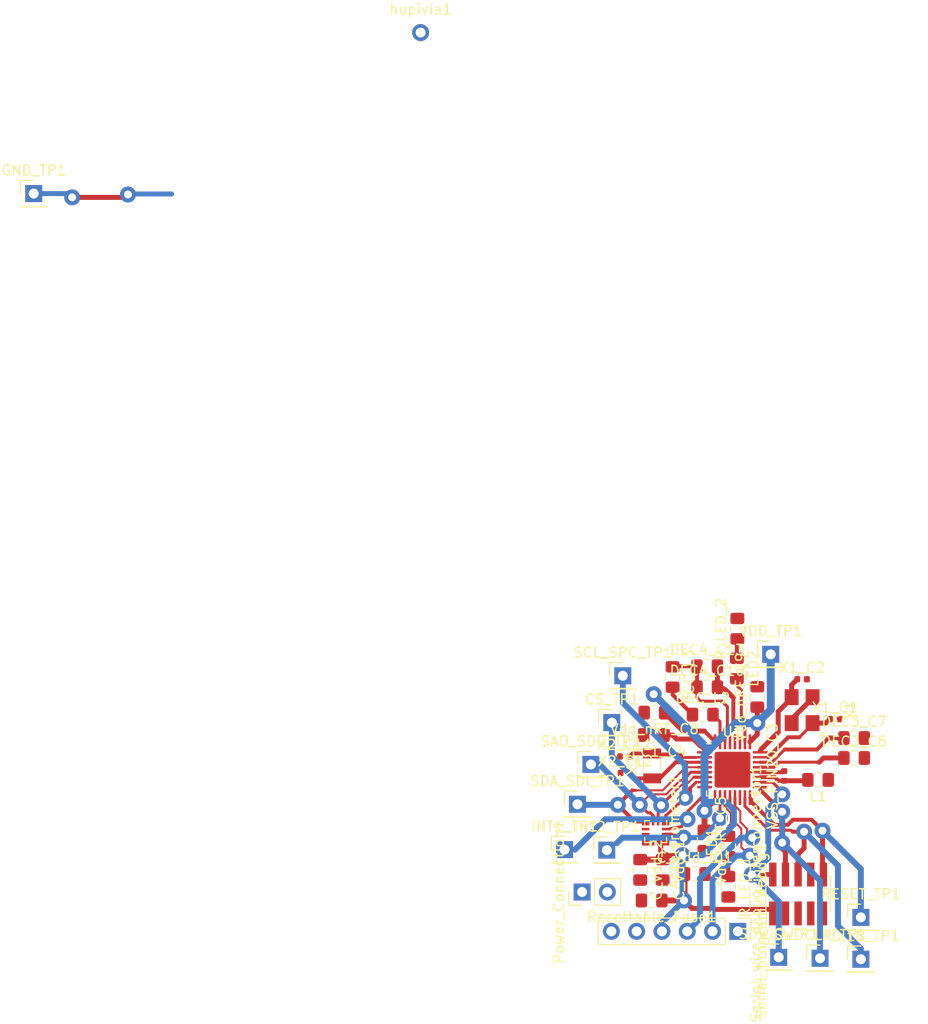
<source format=kicad_pcb>
(kicad_pcb (version 20171130) (host pcbnew "(5.0.2)-1")

  (general
    (thickness 1.6)
    (drawings 0)
    (tracks 327)
    (zones 0)
    (modules 44)
    (nets 40)
  )

  (page A4)
  (layers
    (0 F.Cu signal)
    (31 B.Cu signal)
    (32 B.Adhes user)
    (33 F.Adhes user)
    (34 B.Paste user)
    (35 F.Paste user)
    (36 B.SilkS user)
    (37 F.SilkS user)
    (38 B.Mask user)
    (39 F.Mask user)
    (40 Dwgs.User user)
    (41 Cmts.User user)
    (42 Eco1.User user)
    (43 Eco2.User user)
    (44 Edge.Cuts user)
    (45 Margin user)
    (46 B.CrtYd user)
    (47 F.CrtYd user)
    (48 B.Fab user)
    (49 F.Fab user hide)
  )

  (setup
    (last_trace_width 0.2)
    (user_trace_width 0.5)
    (trace_clearance 0.2)
    (zone_clearance 0.508)
    (zone_45_only no)
    (trace_min 0.2)
    (segment_width 0.2)
    (edge_width 0.15)
    (via_size 1.6)
    (via_drill 0.8)
    (via_min_size 0.4)
    (via_min_drill 0.3)
    (uvia_size 0.3)
    (uvia_drill 0.1)
    (uvias_allowed no)
    (uvia_min_size 0.2)
    (uvia_min_drill 0.1)
    (pcb_text_width 0.3)
    (pcb_text_size 1.5 1.5)
    (mod_edge_width 0.15)
    (mod_text_size 1 1)
    (mod_text_width 0.15)
    (pad_size 1.7 1.7)
    (pad_drill 1)
    (pad_to_mask_clearance 0.051)
    (solder_mask_min_width 0.25)
    (aux_axis_origin 0 0)
    (visible_elements 7FFFFFFF)
    (pcbplotparams
      (layerselection 0x010fc_ffffffff)
      (usegerberextensions false)
      (usegerberattributes false)
      (usegerberadvancedattributes false)
      (creategerberjobfile false)
      (excludeedgelayer true)
      (linewidth 0.100000)
      (plotframeref false)
      (viasonmask false)
      (mode 1)
      (useauxorigin false)
      (hpglpennumber 1)
      (hpglpenspeed 20)
      (hpglpendiameter 15.000000)
      (psnegative false)
      (psa4output false)
      (plotreference true)
      (plotvalue true)
      (plotinvisibletext false)
      (padsonsilk false)
      (subtractmaskfromsilk false)
      (outputformat 1)
      (mirror false)
      (drillshape 1)
      (scaleselection 1)
      (outputdirectory ""))
  )

  (net 0 "")
  (net 1 /~CS)
  (net 2 /~SAO_SDO)
  (net 3 VDD)
  (net 4 Earth)
  (net 5 /~SDA_SDI)
  (net 6 /~SCL_SPC)
  (net 7 /~INT2)
  (net 8 /~INT1)
  (net 9 "Net-(DCC_L2-Pad2)")
  (net 10 "Net-(DCC_L2-Pad1)")
  (net 11 "Net-(DCC_L3-Pad1)")
  (net 12 "Net-(DEC1_C4-Pad1)")
  (net 13 "Net-(DEC2_C6-Pad1)")
  (net 14 "Net-(DEC3_C7-Pad1)")
  (net 15 "Net-(L1-Pad2)")
  (net 16 /ANTENNA)
  (net 17 "Net-(LED1-Pad1)")
  (net 18 "Net-(LED1-Pad2)")
  (net 19 "Net-(LED2-Pad1)")
  (net 20 "Net-(LED2-Pad2)")
  (net 21 /~Reset)
  (net 22 /~SWDIO)
  (net 23 "Net-(Serial_program/debug1-Pad1)")
  (net 24 "Net-(Serial_program/debug1-Pad5)")
  (net 25 /~SWDCLK)
  (net 26 "Net-(Serial_wire_debug_interconnector1-Pad7)")
  (net 27 "Net-(Serial_wire_debug_interconnector1-Pad8)")
  (net 28 "Net-(U1-Pad2)")
  (net 29 "Net-(U1-Pad3)")
  (net 30 "Net-(U1-Pad23)")
  (net 31 "Net-(U1-Pad24)")
  (net 32 "Net-(U1-Pad27)")
  (net 33 "Net-(U1-Pad28)")
  (net 34 /~GND)
  (net 35 /~SWO)
  (net 36 "Net-(Power_Connection1-Pad2)")
  (net 37 /~RX1)
  (net 38 /~TX0)
  (net 39 "Net-(U1-Pad14)")

  (net_class Default "This is the default net class."
    (clearance 0.2)
    (trace_width 0.2)
    (via_dia 1.6)
    (via_drill 0.8)
    (uvia_dia 0.3)
    (uvia_drill 0.1)
    (add_net /ANTENNA)
    (add_net /~CS)
    (add_net /~GND)
    (add_net /~INT1)
    (add_net /~INT2)
    (add_net /~RX1)
    (add_net /~Reset)
    (add_net /~SAO_SDO)
    (add_net /~SCL_SPC)
    (add_net /~SDA_SDI)
    (add_net /~SWDCLK)
    (add_net /~SWDIO)
    (add_net /~SWO)
    (add_net /~TX0)
    (add_net Earth)
    (add_net "Net-(DCC_L2-Pad1)")
    (add_net "Net-(DCC_L2-Pad2)")
    (add_net "Net-(DCC_L3-Pad1)")
    (add_net "Net-(DEC1_C4-Pad1)")
    (add_net "Net-(DEC2_C6-Pad1)")
    (add_net "Net-(DEC3_C7-Pad1)")
    (add_net "Net-(L1-Pad2)")
    (add_net "Net-(LED1-Pad1)")
    (add_net "Net-(LED1-Pad2)")
    (add_net "Net-(LED2-Pad1)")
    (add_net "Net-(LED2-Pad2)")
    (add_net "Net-(Power_Connection1-Pad2)")
    (add_net "Net-(Serial_program/debug1-Pad1)")
    (add_net "Net-(Serial_program/debug1-Pad5)")
    (add_net "Net-(Serial_wire_debug_interconnector1-Pad7)")
    (add_net "Net-(Serial_wire_debug_interconnector1-Pad8)")
    (add_net "Net-(U1-Pad14)")
    (add_net "Net-(U1-Pad2)")
    (add_net "Net-(U1-Pad23)")
    (add_net "Net-(U1-Pad24)")
    (add_net "Net-(U1-Pad27)")
    (add_net "Net-(U1-Pad28)")
    (add_net "Net-(U1-Pad3)")
    (add_net VDD)
  )

  (module Custom_footprints_alymolkky:QFN-32-1EP_5x5mm_P0.5mm_EP3.6x3.6mm (layer F.Cu) (tedit 5C6AADD0) (tstamp 5C720342)
    (at 130.81 93.98)
    (descr "QFN, 32 Pin (http://infocenter.nordicsemi.com/pdf/nRF52810_PS_v1.1.pdf (Page 468)), generated with kicad-footprint-generator ipc_dfn_qfn_generator.py")
    (tags "QFN DFN_QFN")
    (path /5C5D854C)
    (attr smd)
    (fp_text reference U1 (at 0 -3.8) (layer F.SilkS)
      (effects (font (size 1 1) (thickness 0.15)))
    )
    (fp_text value nRF52810-QCxx (at 0 3.8) (layer F.Fab)
      (effects (font (size 1 1) (thickness 0.15)))
    )
    (fp_line (start 2.135 -2.61) (end 2.61 -2.61) (layer F.SilkS) (width 0.12))
    (fp_line (start 2.61 -2.61) (end 2.61 -2.135) (layer F.SilkS) (width 0.12))
    (fp_line (start -2.135 2.61) (end -2.61 2.61) (layer F.SilkS) (width 0.12))
    (fp_line (start -2.61 2.61) (end -2.61 2.135) (layer F.SilkS) (width 0.12))
    (fp_line (start 2.135 2.61) (end 2.61 2.61) (layer F.SilkS) (width 0.12))
    (fp_line (start 2.61 2.61) (end 2.61 2.135) (layer F.SilkS) (width 0.12))
    (fp_line (start -2.135 -2.61) (end -2.61 -2.61) (layer F.SilkS) (width 0.12))
    (fp_line (start -1.5 -2.5) (end 2.5 -2.5) (layer F.Fab) (width 0.1))
    (fp_line (start 2.5 -2.5) (end 2.5 2.5) (layer F.Fab) (width 0.1))
    (fp_line (start 2.5 2.5) (end -2.5 2.5) (layer F.Fab) (width 0.1))
    (fp_line (start -2.5 2.5) (end -2.5 -1.5) (layer F.Fab) (width 0.1))
    (fp_line (start -2.5 -1.5) (end -1.5 -2.5) (layer F.Fab) (width 0.1))
    (fp_line (start -3.1 -3.1) (end -3.1 3.1) (layer F.CrtYd) (width 0.05))
    (fp_line (start -3.1 3.1) (end 3.1 3.1) (layer F.CrtYd) (width 0.05))
    (fp_line (start 3.1 3.1) (end 3.1 -3.1) (layer F.CrtYd) (width 0.05))
    (fp_line (start 3.1 -3.1) (end -3.1 -3.1) (layer F.CrtYd) (width 0.05))
    (fp_text user %R (at 0 0) (layer F.Fab)
      (effects (font (size 1 1) (thickness 0.15)))
    )
    (pad 33 smd roundrect (at 0 0) (size 3.6 3.6) (layers F.Cu F.Mask) (roundrect_rratio 0.06944400000000001)
      (net 4 Earth))
    (pad "" smd roundrect (at -1.2 -1.2) (size 0.97 0.97) (layers F.Paste) (roundrect_rratio 0.25))
    (pad "" smd roundrect (at -1.2 0) (size 0.97 0.97) (layers F.Paste) (roundrect_rratio 0.25))
    (pad "" smd roundrect (at -1.2 1.2) (size 0.97 0.97) (layers F.Paste) (roundrect_rratio 0.25))
    (pad "" smd roundrect (at 0 -1.2) (size 0.97 0.97) (layers F.Paste) (roundrect_rratio 0.25))
    (pad "" smd roundrect (at 0 0) (size 0.97 0.97) (layers F.Paste) (roundrect_rratio 0.25))
    (pad "" smd roundrect (at 0 1.2) (size 0.97 0.97) (layers F.Paste) (roundrect_rratio 0.25))
    (pad "" smd roundrect (at 1.2 -1.2) (size 0.97 0.97) (layers F.Paste) (roundrect_rratio 0.25))
    (pad "" smd roundrect (at 1.2 0) (size 0.97 0.97) (layers F.Paste) (roundrect_rratio 0.25))
    (pad "" smd roundrect (at 1.2 1.2) (size 0.97 0.97) (layers F.Paste) (roundrect_rratio 0.25))
    (pad 24 smd roundrect (at 2.8 -1.75) (size 1.5 0.25) (layers F.Cu F.Paste F.Mask) (roundrect_rratio 0.25)
      (net 31 "Net-(U1-Pad24)"))
    (pad 32 smd roundrect (at -1.75 -2.8) (size 0.25 1.5) (layers F.Cu F.Paste F.Mask) (roundrect_rratio 0.25)
      (net 3 VDD))
    (pad 31 smd roundrect (at -1.25 -2.8) (size 0.25 1.5) (layers F.Cu F.Paste F.Mask) (roundrect_rratio 0.25)
      (net 9 "Net-(DCC_L2-Pad2)"))
    (pad 30 smd roundrect (at -0.75 -2.8) (size 0.25 1.5) (layers F.Cu F.Paste F.Mask) (roundrect_rratio 0.25)
      (net 11 "Net-(DCC_L3-Pad1)"))
    (pad 29 smd roundrect (at -0.25 -2.8) (size 0.25 1.5) (layers F.Cu F.Paste F.Mask) (roundrect_rratio 0.25)
      (net 4 Earth))
    (pad 28 smd roundrect (at 0.25 -2.8) (size 0.25 1.5) (layers F.Cu F.Paste F.Mask) (roundrect_rratio 0.25)
      (net 33 "Net-(U1-Pad28)"))
    (pad 27 smd roundrect (at 0.75 -2.8) (size 0.25 1.5) (layers F.Cu F.Paste F.Mask) (roundrect_rratio 0.25)
      (net 32 "Net-(U1-Pad27)"))
    (pad 26 smd roundrect (at 1.25 -2.8) (size 0.25 1.5) (layers F.Cu F.Paste F.Mask) (roundrect_rratio 0.25)
      (net 20 "Net-(LED2-Pad2)"))
    (pad 25 smd roundrect (at 1.75 -2.8) (size 0.25 1.5) (layers F.Cu F.Paste F.Mask) (roundrect_rratio 0.25)
      (net 3 VDD))
    (pad 23 smd roundrect (at 2.8 -1.25) (size 1.5 0.25) (layers F.Cu F.Paste F.Mask) (roundrect_rratio 0.25)
      (net 30 "Net-(U1-Pad23)"))
    (pad 21 smd roundrect (at 2.8 -0.25) (size 1.5 0.25) (layers F.Cu F.Paste F.Mask) (roundrect_rratio 0.25)
      (net 13 "Net-(DEC2_C6-Pad1)"))
    (pad 20 smd roundrect (at 2.8 0.25) (size 1.5 0.25) (layers F.Cu F.Paste F.Mask) (roundrect_rratio 0.25)
      (net 4 Earth))
    (pad 19 smd roundrect (at 2.8 0.75) (size 1.5 0.25) (layers F.Cu F.Paste F.Mask) (roundrect_rratio 0.25)
      (net 15 "Net-(L1-Pad2)"))
    (pad 18 smd roundrect (at 2.8 1.25) (size 1.5 0.25) (layers F.Cu F.Paste F.Mask) (roundrect_rratio 0.25)
      (net 22 /~SWDIO))
    (pad 17 smd roundrect (at 2.8 1.75) (size 1.5 0.25) (layers F.Cu F.Paste F.Mask) (roundrect_rratio 0.25)
      (net 25 /~SWDCLK))
    (pad 22 smd roundrect (at 2.8 -0.75) (size 1.5 0.25) (layers F.Cu F.Paste F.Mask) (roundrect_rratio 0.25)
      (net 14 "Net-(DEC3_C7-Pad1)"))
    (pad 2 smd roundrect (at -2.8 -1.25) (size 1.5 0.25) (layers F.Cu F.Paste F.Mask) (roundrect_rratio 0.25)
      (net 28 "Net-(U1-Pad2)"))
    (pad 1 smd roundrect (at -2.8 -1.75) (size 1.5 0.25) (layers F.Cu F.Paste F.Mask) (roundrect_rratio 0.25)
      (net 12 "Net-(DEC1_C4-Pad1)"))
    (pad 3 smd roundrect (at -2.8 -0.75) (size 1.5 0.25) (layers F.Cu F.Paste F.Mask) (roundrect_rratio 0.25)
      (net 29 "Net-(U1-Pad3)"))
    (pad 4 smd roundrect (at -2.8 -0.25) (size 1.5 0.25) (layers F.Cu F.Paste F.Mask) (roundrect_rratio 0.25)
      (net 5 /~SDA_SDI))
    (pad 5 smd roundrect (at -2.8 0.25) (size 1.5 0.25) (layers F.Cu F.Paste F.Mask) (roundrect_rratio 0.25)
      (net 2 /~SAO_SDO))
    (pad 6 smd roundrect (at -2.8 0.75) (size 1.5 0.25) (layers F.Cu F.Paste F.Mask) (roundrect_rratio 0.25)
      (net 1 /~CS))
    (pad 7 smd roundrect (at -2.8 1.25) (size 1.5 0.25) (layers F.Cu F.Paste F.Mask) (roundrect_rratio 0.25)
      (net 6 /~SCL_SPC))
    (pad 8 smd roundrect (at -2.8 1.75) (size 1.5 0.25) (layers F.Cu F.Paste F.Mask) (roundrect_rratio 0.25)
      (net 8 /~INT1))
    (pad 9 smd roundrect (at -1.75 2.8) (size 0.25 1.5) (layers F.Cu F.Paste F.Mask) (roundrect_rratio 0.25)
      (net 3 VDD))
    (pad 10 smd roundrect (at -1.25 2.8) (size 0.25 1.5) (layers F.Cu F.Paste F.Mask) (roundrect_rratio 0.25)
      (net 7 /~INT2))
    (pad 11 smd roundrect (at -0.75 2.8) (size 0.25 1.5) (layers F.Cu F.Paste F.Mask) (roundrect_rratio 0.25)
      (net 18 "Net-(LED1-Pad2)"))
    (pad 12 smd roundrect (at -0.25 2.8) (size 0.25 1.5) (layers F.Cu F.Paste F.Mask) (roundrect_rratio 0.25)
      (net 37 /~RX1))
    (pad 13 smd roundrect (at 0.25 2.8) (size 0.25 1.5) (layers F.Cu F.Paste F.Mask) (roundrect_rratio 0.25)
      (net 38 /~TX0))
    (pad 14 smd roundrect (at 0.75 2.8) (size 0.25 1.5) (layers F.Cu F.Paste F.Mask) (roundrect_rratio 0.25)
      (net 39 "Net-(U1-Pad14)"))
    (pad 15 smd roundrect (at 1.25 2.8) (size 0.25 1.5) (layers F.Cu F.Paste F.Mask) (roundrect_rratio 0.25)
      (net 35 /~SWO))
    (pad 16 smd roundrect (at 1.75 2.8) (size 0.25 1.5) (layers F.Cu F.Paste F.Mask) (roundrect_rratio 0.25)
      (net 21 /~Reset))
    (model ${KISYS3DMOD}/Package_DFN_QFN.3dshapes/QFN-32-1EP_5x5mm_P0.5mm_EP3.6x3.6mm.wrl
      (at (xyz 0 0 0))
      (scale (xyz 1 1 1))
      (rotate (xyz 0 0 0))
    )
  )

  (module Custom_footprints_alymolkky:LGA-12_2x2mm_P0.5mm (layer F.Cu) (tedit 5C6AA5F7) (tstamp 5C7200B0)
    (at 123.1 100.19 270)
    (descr LGA12)
    (tags "lga land grid array")
    (path /5C5B4814)
    (attr smd)
    (fp_text reference Accelerometer1 (at 0 -1.85 270) (layer F.SilkS)
      (effects (font (size 1 1) (thickness 0.15)))
    )
    (fp_text value LIS2DE12 (at 0 1.6 270) (layer F.Fab)
      (effects (font (size 1 1) (thickness 0.15)))
    )
    (fp_text user %R (at 0 0 270) (layer F.Fab)
      (effects (font (size 0.5 0.5) (thickness 0.075)))
    )
    (fp_line (start 1 -1) (end 1 1) (layer F.Fab) (width 0.1))
    (fp_line (start 1 1) (end -1 1) (layer F.Fab) (width 0.1))
    (fp_line (start -1 1) (end -1 -0.5) (layer F.Fab) (width 0.1))
    (fp_line (start -1 -0.5) (end -0.5 -1) (layer F.Fab) (width 0.1))
    (fp_line (start -0.5 -1) (end 1 -1) (layer F.Fab) (width 0.1))
    (fp_line (start 0.6 -1.1) (end 1.1 -1.1) (layer F.SilkS) (width 0.12))
    (fp_line (start 1.1 -1.1) (end 1.1 -0.6) (layer F.SilkS) (width 0.12))
    (fp_line (start 1.1 -0.6) (end 1.1 -0.6) (layer F.SilkS) (width 0.12))
    (fp_line (start 1.1 0.6) (end 1.1 1.1) (layer F.SilkS) (width 0.12))
    (fp_line (start 1.1 1.1) (end 0.6 1.1) (layer F.SilkS) (width 0.12))
    (fp_line (start 0.6 1.1) (end 0.6 1.1) (layer F.SilkS) (width 0.12))
    (fp_line (start -0.6 1.1) (end -1.1 1.1) (layer F.SilkS) (width 0.12))
    (fp_line (start -1.1 1.1) (end -1.1 0.6) (layer F.SilkS) (width 0.12))
    (fp_line (start -1.1 0.6) (end -1.1 0.6) (layer F.SilkS) (width 0.12))
    (fp_line (start -0.6 -1.1) (end -1.1 -1.1) (layer F.SilkS) (width 0.12))
    (fp_line (start -1.1 -1.1) (end -1.1 -1.1) (layer F.SilkS) (width 0.12))
    (fp_line (start 1.25 -1.25) (end 1.25 1.25) (layer F.CrtYd) (width 0.05))
    (fp_line (start 1.25 1.25) (end -1.25 1.25) (layer F.CrtYd) (width 0.05))
    (fp_line (start -1.25 1.25) (end -1.25 -1.25) (layer F.CrtYd) (width 0.05))
    (fp_line (start -1.25 -1.25) (end 1.25 -1.25) (layer F.CrtYd) (width 0.05))
    (pad 2 smd rect (at -1.01 -0.25 270) (size 0.775 0.25) (layers F.Cu F.Paste F.Mask)
      (net 1 /~CS))
    (pad 9 smd rect (at 1.01 -0.25 270) (size 0.775 0.25) (layers F.Cu F.Paste F.Mask)
      (net 3 VDD))
    (pad 4 smd rect (at -1.01 1 270) (size 0.775 0.75) (layers F.Cu F.Paste F.Mask)
      (net 5 /~SDA_SDI))
    (pad 7 smd rect (at 1.01 1 270) (size 0.775 0.75) (layers F.Cu F.Paste F.Mask)
      (net 4 Earth))
    (pad 1 smd rect (at -1.01 -1 270) (size 0.775 0.75) (layers F.Cu F.Paste F.Mask)
      (net 6 /~SCL_SPC))
    (pad 10 smd rect (at 1.01 -1 270) (size 0.775 0.75) (layers F.Cu F.Paste F.Mask)
      (net 3 VDD))
    (pad 5 smd rect (at -0.25 1.01) (size 0.775 0.25) (layers F.Cu F.Paste F.Mask)
      (net 4 Earth))
    (pad 12 smd rect (at -0.25 -1.01) (size 0.775 0.25) (layers F.Cu F.Paste F.Mask)
      (net 8 /~INT1))
    (pad 11 smd rect (at 0.25 -1.01) (size 0.775 0.25) (layers F.Cu F.Paste F.Mask)
      (net 7 /~INT2))
    (pad 8 smd rect (at 1.01 0.25 270) (size 0.775 0.25) (layers F.Cu F.Paste F.Mask)
      (net 4 Earth))
    (pad 6 smd rect (at 0.25 1.01) (size 0.775 0.25) (layers F.Cu F.Paste F.Mask)
      (net 4 Earth))
    (pad 3 smd rect (at -1.01 0.25 270) (size 0.775 0.25) (layers F.Cu F.Paste F.Mask)
      (net 2 /~SAO_SDO))
    (model ${KISYS3DMOD}/Package_LGA.3dshapes/LGA-12_2x2mm_P0.5mm.wrl
      (at (xyz 0 0 0))
      (scale (xyz 1 1 1))
      (rotate (xyz 0 0 0))
    )
  )

  (module Connector_PinHeader_2.54mm:PinHeader_1x01_P2.54mm_Vertical (layer F.Cu) (tedit 5C657122) (tstamp 5C721368)
    (at 99.5 20)
    (descr "Through hole straight pin header, 1x01, 2.54mm pitch, single row")
    (tags "Through hole pin header THT 1x01 2.54mm single row")
    (path /5C69FFA8)
    (fp_text reference hupivia1 (at 0 -2.33) (layer F.SilkS)
      (effects (font (size 1 1) (thickness 0.15)))
    )
    (fp_text value Conn_01x01_Male (at 0 2.33) (layer F.Fab)
      (effects (font (size 1 1) (thickness 0.15)))
    )
    (fp_text user %R (at 0 0 90) (layer F.Fab)
      (effects (font (size 1 1) (thickness 0.15)))
    )
    (pad 1 thru_hole circle (at 0 0) (size 1.7 1.7) (drill 1) (layers *.Cu *.Mask)
      (net 34 /~GND))
    (model ${KISYS3DMOD}/Connector_PinHeader_2.54mm.3dshapes/PinHeader_1x01_P2.54mm_Vertical.wrl
      (at (xyz 0 0 0))
      (scale (xyz 1 1 1))
      (rotate (xyz 0 0 0))
    )
  )

  (module Capacitor_SMD:C_0805_2012Metric_Pad1.15x1.40mm_HandSolder (layer F.Cu) (tedit 5B36C52B) (tstamp 5C7200C1)
    (at 123.8 104.025 270)
    (descr "Capacitor SMD 0805 (2012 Metric), square (rectangular) end terminal, IPC_7351 nominal with elongated pad for handsoldering. (Body size source: https://docs.google.com/spreadsheets/d/1BsfQQcO9C6DZCsRaXUlFlo91Tg2WpOkGARC1WS5S8t0/edit?usp=sharing), generated with kicad-footprint-generator")
    (tags "capacitor handsolder")
    (path /5C5B4847)
    (attr smd)
    (fp_text reference C_Vdd_1 (at 0 -1.65 270) (layer F.SilkS)
      (effects (font (size 1 1) (thickness 0.15)))
    )
    (fp_text value 100uF (at 0 1.65 270) (layer F.Fab)
      (effects (font (size 1 1) (thickness 0.15)))
    )
    (fp_line (start -1 0.6) (end -1 -0.6) (layer F.Fab) (width 0.1))
    (fp_line (start -1 -0.6) (end 1 -0.6) (layer F.Fab) (width 0.1))
    (fp_line (start 1 -0.6) (end 1 0.6) (layer F.Fab) (width 0.1))
    (fp_line (start 1 0.6) (end -1 0.6) (layer F.Fab) (width 0.1))
    (fp_line (start -0.261252 -0.71) (end 0.261252 -0.71) (layer F.SilkS) (width 0.12))
    (fp_line (start -0.261252 0.71) (end 0.261252 0.71) (layer F.SilkS) (width 0.12))
    (fp_line (start -1.85 0.95) (end -1.85 -0.95) (layer F.CrtYd) (width 0.05))
    (fp_line (start -1.85 -0.95) (end 1.85 -0.95) (layer F.CrtYd) (width 0.05))
    (fp_line (start 1.85 -0.95) (end 1.85 0.95) (layer F.CrtYd) (width 0.05))
    (fp_line (start 1.85 0.95) (end -1.85 0.95) (layer F.CrtYd) (width 0.05))
    (fp_text user %R (at 0 0 270) (layer F.Fab)
      (effects (font (size 0.5 0.5) (thickness 0.08)))
    )
    (pad 1 smd roundrect (at -1.025 0 270) (size 1.15 1.4) (layers F.Cu F.Paste F.Mask) (roundrect_rratio 0.217391)
      (net 3 VDD))
    (pad 2 smd roundrect (at 1.025 0 270) (size 1.15 1.4) (layers F.Cu F.Paste F.Mask) (roundrect_rratio 0.217391)
      (net 4 Earth))
    (model ${KISYS3DMOD}/Capacitor_SMD.3dshapes/C_0805_2012Metric.wrl
      (at (xyz 0 0 0))
      (scale (xyz 1 1 1))
      (rotate (xyz 0 0 0))
    )
  )

  (module Capacitor_SMD:C_0805_2012Metric_Pad1.15x1.40mm_HandSolder (layer F.Cu) (tedit 5B36C52B) (tstamp 5C7200D2)
    (at 121.55 104.025 270)
    (descr "Capacitor SMD 0805 (2012 Metric), square (rectangular) end terminal, IPC_7351 nominal with elongated pad for handsoldering. (Body size source: https://docs.google.com/spreadsheets/d/1BsfQQcO9C6DZCsRaXUlFlo91Tg2WpOkGARC1WS5S8t0/edit?usp=sharing), generated with kicad-footprint-generator")
    (tags "capacitor handsolder")
    (path /5C5B4840)
    (attr smd)
    (fp_text reference C_Vdd_2 (at 0 -1.65 270) (layer F.SilkS)
      (effects (font (size 1 1) (thickness 0.15)))
    )
    (fp_text value 10uF (at 0 1.65 270) (layer F.Fab)
      (effects (font (size 1 1) (thickness 0.15)))
    )
    (fp_text user %R (at 0 0 270) (layer F.Fab)
      (effects (font (size 0.5 0.5) (thickness 0.08)))
    )
    (fp_line (start 1.85 0.95) (end -1.85 0.95) (layer F.CrtYd) (width 0.05))
    (fp_line (start 1.85 -0.95) (end 1.85 0.95) (layer F.CrtYd) (width 0.05))
    (fp_line (start -1.85 -0.95) (end 1.85 -0.95) (layer F.CrtYd) (width 0.05))
    (fp_line (start -1.85 0.95) (end -1.85 -0.95) (layer F.CrtYd) (width 0.05))
    (fp_line (start -0.261252 0.71) (end 0.261252 0.71) (layer F.SilkS) (width 0.12))
    (fp_line (start -0.261252 -0.71) (end 0.261252 -0.71) (layer F.SilkS) (width 0.12))
    (fp_line (start 1 0.6) (end -1 0.6) (layer F.Fab) (width 0.1))
    (fp_line (start 1 -0.6) (end 1 0.6) (layer F.Fab) (width 0.1))
    (fp_line (start -1 -0.6) (end 1 -0.6) (layer F.Fab) (width 0.1))
    (fp_line (start -1 0.6) (end -1 -0.6) (layer F.Fab) (width 0.1))
    (pad 2 smd roundrect (at 1.025 0 270) (size 1.15 1.4) (layers F.Cu F.Paste F.Mask) (roundrect_rratio 0.217391)
      (net 4 Earth))
    (pad 1 smd roundrect (at -1.025 0 270) (size 1.15 1.4) (layers F.Cu F.Paste F.Mask) (roundrect_rratio 0.217391)
      (net 3 VDD))
    (model ${KISYS3DMOD}/Capacitor_SMD.3dshapes/C_0805_2012Metric.wrl
      (at (xyz 0 0 0))
      (scale (xyz 1 1 1))
      (rotate (xyz 0 0 0))
    )
  )

  (module Capacitor_SMD:C_0805_2012Metric_Pad1.15x1.40mm_HandSolder (layer F.Cu) (tedit 5B36C52B) (tstamp 5C7200E3)
    (at 127.025 104.45)
    (descr "Capacitor SMD 0805 (2012 Metric), square (rectangular) end terminal, IPC_7351 nominal with elongated pad for handsoldering. (Body size source: https://docs.google.com/spreadsheets/d/1BsfQQcO9C6DZCsRaXUlFlo91Tg2WpOkGARC1WS5S8t0/edit?usp=sharing), generated with kicad-footprint-generator")
    (tags "capacitor handsolder")
    (path /5C5B481B)
    (attr smd)
    (fp_text reference C_Vdd_IO1 (at 0 -1.65) (layer F.SilkS)
      (effects (font (size 1 1) (thickness 0.15)))
    )
    (fp_text value 100nF (at 0 1.65) (layer F.Fab)
      (effects (font (size 1 1) (thickness 0.15)))
    )
    (fp_text user %R (at 0 0) (layer F.Fab)
      (effects (font (size 0.5 0.5) (thickness 0.08)))
    )
    (fp_line (start 1.85 0.95) (end -1.85 0.95) (layer F.CrtYd) (width 0.05))
    (fp_line (start 1.85 -0.95) (end 1.85 0.95) (layer F.CrtYd) (width 0.05))
    (fp_line (start -1.85 -0.95) (end 1.85 -0.95) (layer F.CrtYd) (width 0.05))
    (fp_line (start -1.85 0.95) (end -1.85 -0.95) (layer F.CrtYd) (width 0.05))
    (fp_line (start -0.261252 0.71) (end 0.261252 0.71) (layer F.SilkS) (width 0.12))
    (fp_line (start -0.261252 -0.71) (end 0.261252 -0.71) (layer F.SilkS) (width 0.12))
    (fp_line (start 1 0.6) (end -1 0.6) (layer F.Fab) (width 0.1))
    (fp_line (start 1 -0.6) (end 1 0.6) (layer F.Fab) (width 0.1))
    (fp_line (start -1 -0.6) (end 1 -0.6) (layer F.Fab) (width 0.1))
    (fp_line (start -1 0.6) (end -1 -0.6) (layer F.Fab) (width 0.1))
    (pad 2 smd roundrect (at 1.025 0) (size 1.15 1.4) (layers F.Cu F.Paste F.Mask) (roundrect_rratio 0.217391)
      (net 4 Earth))
    (pad 1 smd roundrect (at -1.025 0) (size 1.15 1.4) (layers F.Cu F.Paste F.Mask) (roundrect_rratio 0.217391)
      (net 3 VDD))
    (model ${KISYS3DMOD}/Capacitor_SMD.3dshapes/C_0805_2012Metric.wrl
      (at (xyz 0 0 0))
      (scale (xyz 1 1 1))
      (rotate (xyz 0 0 0))
    )
  )

  (module Connector_PinHeader_2.54mm:PinHeader_1x01_P2.54mm_Vertical (layer F.Cu) (tedit 59FED5CC) (tstamp 5C7200F8)
    (at 118.7 89.25)
    (descr "Through hole straight pin header, 1x01, 2.54mm pitch, single row")
    (tags "Through hole pin header THT 1x01 2.54mm single row")
    (path /5C64DAC7)
    (fp_text reference CS_TP1 (at 0 -2.33) (layer F.SilkS)
      (effects (font (size 1 1) (thickness 0.15)))
    )
    (fp_text value Conn_01x01_Male (at 0 2.33) (layer F.Fab)
      (effects (font (size 1 1) (thickness 0.15)))
    )
    (fp_text user %R (at 0 0 90) (layer F.Fab)
      (effects (font (size 1 1) (thickness 0.15)))
    )
    (fp_line (start 1.8 -1.8) (end -1.8 -1.8) (layer F.CrtYd) (width 0.05))
    (fp_line (start 1.8 1.8) (end 1.8 -1.8) (layer F.CrtYd) (width 0.05))
    (fp_line (start -1.8 1.8) (end 1.8 1.8) (layer F.CrtYd) (width 0.05))
    (fp_line (start -1.8 -1.8) (end -1.8 1.8) (layer F.CrtYd) (width 0.05))
    (fp_line (start -1.33 -1.33) (end 0 -1.33) (layer F.SilkS) (width 0.12))
    (fp_line (start -1.33 0) (end -1.33 -1.33) (layer F.SilkS) (width 0.12))
    (fp_line (start -1.33 1.27) (end 1.33 1.27) (layer F.SilkS) (width 0.12))
    (fp_line (start 1.33 1.27) (end 1.33 1.33) (layer F.SilkS) (width 0.12))
    (fp_line (start -1.33 1.27) (end -1.33 1.33) (layer F.SilkS) (width 0.12))
    (fp_line (start -1.33 1.33) (end 1.33 1.33) (layer F.SilkS) (width 0.12))
    (fp_line (start -1.27 -0.635) (end -0.635 -1.27) (layer F.Fab) (width 0.1))
    (fp_line (start -1.27 1.27) (end -1.27 -0.635) (layer F.Fab) (width 0.1))
    (fp_line (start 1.27 1.27) (end -1.27 1.27) (layer F.Fab) (width 0.1))
    (fp_line (start 1.27 -1.27) (end 1.27 1.27) (layer F.Fab) (width 0.1))
    (fp_line (start -0.635 -1.27) (end 1.27 -1.27) (layer F.Fab) (width 0.1))
    (pad 1 thru_hole rect (at 0 0) (size 1.7 1.7) (drill 1) (layers *.Cu *.Mask)
      (net 1 /~CS))
    (model ${KISYS3DMOD}/Connector_PinHeader_2.54mm.3dshapes/PinHeader_1x01_P2.54mm_Vertical.wrl
      (at (xyz 0 0 0))
      (scale (xyz 1 1 1))
      (rotate (xyz 0 0 0))
    )
  )

  (module Capacitor_SMD:C_0805_2012Metric_Pad1.15x1.40mm_HandSolder (layer F.Cu) (tedit 5B36C52B) (tstamp 5C720109)
    (at 127.825 88.45)
    (descr "Capacitor SMD 0805 (2012 Metric), square (rectangular) end terminal, IPC_7351 nominal with elongated pad for handsoldering. (Body size source: https://docs.google.com/spreadsheets/d/1BsfQQcO9C6DZCsRaXUlFlo91Tg2WpOkGARC1WS5S8t0/edit?usp=sharing), generated with kicad-footprint-generator")
    (tags "capacitor handsolder")
    (path /5C68445F)
    (attr smd)
    (fp_text reference DCC_L2 (at 0 -1.65) (layer F.SilkS)
      (effects (font (size 1 1) (thickness 0.15)))
    )
    (fp_text value 10uH (at 0 1.65) (layer F.Fab)
      (effects (font (size 1 1) (thickness 0.15)))
    )
    (fp_text user %R (at 0 0) (layer F.Fab)
      (effects (font (size 0.5 0.5) (thickness 0.08)))
    )
    (fp_line (start 1.85 0.95) (end -1.85 0.95) (layer F.CrtYd) (width 0.05))
    (fp_line (start 1.85 -0.95) (end 1.85 0.95) (layer F.CrtYd) (width 0.05))
    (fp_line (start -1.85 -0.95) (end 1.85 -0.95) (layer F.CrtYd) (width 0.05))
    (fp_line (start -1.85 0.95) (end -1.85 -0.95) (layer F.CrtYd) (width 0.05))
    (fp_line (start -0.261252 0.71) (end 0.261252 0.71) (layer F.SilkS) (width 0.12))
    (fp_line (start -0.261252 -0.71) (end 0.261252 -0.71) (layer F.SilkS) (width 0.12))
    (fp_line (start 1 0.6) (end -1 0.6) (layer F.Fab) (width 0.1))
    (fp_line (start 1 -0.6) (end 1 0.6) (layer F.Fab) (width 0.1))
    (fp_line (start -1 -0.6) (end 1 -0.6) (layer F.Fab) (width 0.1))
    (fp_line (start -1 0.6) (end -1 -0.6) (layer F.Fab) (width 0.1))
    (pad 2 smd roundrect (at 1.025 0) (size 1.15 1.4) (layers F.Cu F.Paste F.Mask) (roundrect_rratio 0.217391)
      (net 9 "Net-(DCC_L2-Pad2)"))
    (pad 1 smd roundrect (at -1.025 0) (size 1.15 1.4) (layers F.Cu F.Paste F.Mask) (roundrect_rratio 0.217391)
      (net 10 "Net-(DCC_L2-Pad1)"))
    (model ${KISYS3DMOD}/Capacitor_SMD.3dshapes/C_0805_2012Metric.wrl
      (at (xyz 0 0 0))
      (scale (xyz 1 1 1))
      (rotate (xyz 0 0 0))
    )
  )

  (module Capacitor_SMD:C_0805_2012Metric_Pad1.15x1.40mm_HandSolder (layer F.Cu) (tedit 5B36C52B) (tstamp 5C6FD29F)
    (at 124.8 84.675 270)
    (descr "Capacitor SMD 0805 (2012 Metric), square (rectangular) end terminal, IPC_7351 nominal with elongated pad for handsoldering. (Body size source: https://docs.google.com/spreadsheets/d/1BsfQQcO9C6DZCsRaXUlFlo91Tg2WpOkGARC1WS5S8t0/edit?usp=sharing), generated with kicad-footprint-generator")
    (tags "capacitor handsolder")
    (path /5C6844D9)
    (attr smd)
    (fp_text reference DCC_L3 (at 0 -1.65 270) (layer F.SilkS)
      (effects (font (size 1 1) (thickness 0.15)))
    )
    (fp_text value 15nH (at 0 1.65 270) (layer F.Fab)
      (effects (font (size 1 1) (thickness 0.15)))
    )
    (fp_line (start -1 0.6) (end -1 -0.6) (layer F.Fab) (width 0.1))
    (fp_line (start -1 -0.6) (end 1 -0.6) (layer F.Fab) (width 0.1))
    (fp_line (start 1 -0.6) (end 1 0.6) (layer F.Fab) (width 0.1))
    (fp_line (start 1 0.6) (end -1 0.6) (layer F.Fab) (width 0.1))
    (fp_line (start -0.261252 -0.71) (end 0.261252 -0.71) (layer F.SilkS) (width 0.12))
    (fp_line (start -0.261252 0.71) (end 0.261252 0.71) (layer F.SilkS) (width 0.12))
    (fp_line (start -1.85 0.95) (end -1.85 -0.95) (layer F.CrtYd) (width 0.05))
    (fp_line (start -1.85 -0.95) (end 1.85 -0.95) (layer F.CrtYd) (width 0.05))
    (fp_line (start 1.85 -0.95) (end 1.85 0.95) (layer F.CrtYd) (width 0.05))
    (fp_line (start 1.85 0.95) (end -1.85 0.95) (layer F.CrtYd) (width 0.05))
    (fp_text user %R (at 0 0 270) (layer F.Fab)
      (effects (font (size 0.5 0.5) (thickness 0.08)))
    )
    (pad 1 smd roundrect (at -1.025 0 270) (size 1.15 1.4) (layers F.Cu F.Paste F.Mask) (roundrect_rratio 0.217391)
      (net 11 "Net-(DCC_L3-Pad1)"))
    (pad 2 smd roundrect (at 1.025 0 270) (size 1.15 1.4) (layers F.Cu F.Paste F.Mask) (roundrect_rratio 0.217391)
      (net 10 "Net-(DCC_L2-Pad1)"))
    (model ${KISYS3DMOD}/Capacitor_SMD.3dshapes/C_0805_2012Metric.wrl
      (at (xyz 0 0 0))
      (scale (xyz 1 1 1))
      (rotate (xyz 0 0 0))
    )
  )

  (module Capacitor_SMD:C_0805_2012Metric_Pad1.15x1.40mm_HandSolder (layer F.Cu) (tedit 5B36C52B) (tstamp 5C72012B)
    (at 122.925 90.5 180)
    (descr "Capacitor SMD 0805 (2012 Metric), square (rectangular) end terminal, IPC_7351 nominal with elongated pad for handsoldering. (Body size source: https://docs.google.com/spreadsheets/d/1BsfQQcO9C6DZCsRaXUlFlo91Tg2WpOkGARC1WS5S8t0/edit?usp=sharing), generated with kicad-footprint-generator")
    (tags "capacitor handsolder")
    (path /5C5D43A2)
    (attr smd)
    (fp_text reference DEC1_C4 (at 0 -1.65 180) (layer F.SilkS)
      (effects (font (size 1 1) (thickness 0.15)))
    )
    (fp_text value 100nF (at 0 1.65 180) (layer F.Fab)
      (effects (font (size 1 1) (thickness 0.15)))
    )
    (fp_line (start -1 0.6) (end -1 -0.6) (layer F.Fab) (width 0.1))
    (fp_line (start -1 -0.6) (end 1 -0.6) (layer F.Fab) (width 0.1))
    (fp_line (start 1 -0.6) (end 1 0.6) (layer F.Fab) (width 0.1))
    (fp_line (start 1 0.6) (end -1 0.6) (layer F.Fab) (width 0.1))
    (fp_line (start -0.261252 -0.71) (end 0.261252 -0.71) (layer F.SilkS) (width 0.12))
    (fp_line (start -0.261252 0.71) (end 0.261252 0.71) (layer F.SilkS) (width 0.12))
    (fp_line (start -1.85 0.95) (end -1.85 -0.95) (layer F.CrtYd) (width 0.05))
    (fp_line (start -1.85 -0.95) (end 1.85 -0.95) (layer F.CrtYd) (width 0.05))
    (fp_line (start 1.85 -0.95) (end 1.85 0.95) (layer F.CrtYd) (width 0.05))
    (fp_line (start 1.85 0.95) (end -1.85 0.95) (layer F.CrtYd) (width 0.05))
    (fp_text user %R (at 0 0 180) (layer F.Fab)
      (effects (font (size 0.5 0.5) (thickness 0.08)))
    )
    (pad 1 smd roundrect (at -1.025 0 180) (size 1.15 1.4) (layers F.Cu F.Paste F.Mask) (roundrect_rratio 0.217391)
      (net 12 "Net-(DEC1_C4-Pad1)"))
    (pad 2 smd roundrect (at 1.025 0 180) (size 1.15 1.4) (layers F.Cu F.Paste F.Mask) (roundrect_rratio 0.217391)
      (net 4 Earth))
    (model ${KISYS3DMOD}/Capacitor_SMD.3dshapes/C_0805_2012Metric.wrl
      (at (xyz 0 0 0))
      (scale (xyz 1 1 1))
      (rotate (xyz 0 0 0))
    )
  )

  (module Capacitor_SMD:C_0805_2012Metric_Pad1.15x1.40mm_HandSolder (layer F.Cu) (tedit 5B36C52B) (tstamp 5C72013C)
    (at 143.025 92.8)
    (descr "Capacitor SMD 0805 (2012 Metric), square (rectangular) end terminal, IPC_7351 nominal with elongated pad for handsoldering. (Body size source: https://docs.google.com/spreadsheets/d/1BsfQQcO9C6DZCsRaXUlFlo91Tg2WpOkGARC1WS5S8t0/edit?usp=sharing), generated with kicad-footprint-generator")
    (tags "capacitor handsolder")
    (path /5C62B17F)
    (attr smd)
    (fp_text reference DEC2_C6 (at 0 -1.65) (layer F.SilkS)
      (effects (font (size 1 1) (thickness 0.15)))
    )
    (fp_text value N.C. (at 0 1.65) (layer F.Fab)
      (effects (font (size 1 1) (thickness 0.15)))
    )
    (fp_line (start -1 0.6) (end -1 -0.6) (layer F.Fab) (width 0.1))
    (fp_line (start -1 -0.6) (end 1 -0.6) (layer F.Fab) (width 0.1))
    (fp_line (start 1 -0.6) (end 1 0.6) (layer F.Fab) (width 0.1))
    (fp_line (start 1 0.6) (end -1 0.6) (layer F.Fab) (width 0.1))
    (fp_line (start -0.261252 -0.71) (end 0.261252 -0.71) (layer F.SilkS) (width 0.12))
    (fp_line (start -0.261252 0.71) (end 0.261252 0.71) (layer F.SilkS) (width 0.12))
    (fp_line (start -1.85 0.95) (end -1.85 -0.95) (layer F.CrtYd) (width 0.05))
    (fp_line (start -1.85 -0.95) (end 1.85 -0.95) (layer F.CrtYd) (width 0.05))
    (fp_line (start 1.85 -0.95) (end 1.85 0.95) (layer F.CrtYd) (width 0.05))
    (fp_line (start 1.85 0.95) (end -1.85 0.95) (layer F.CrtYd) (width 0.05))
    (fp_text user %R (at 0 0) (layer F.Fab)
      (effects (font (size 0.5 0.5) (thickness 0.08)))
    )
    (pad 1 smd roundrect (at -1.025 0) (size 1.15 1.4) (layers F.Cu F.Paste F.Mask) (roundrect_rratio 0.217391)
      (net 13 "Net-(DEC2_C6-Pad1)"))
    (pad 2 smd roundrect (at 1.025 0) (size 1.15 1.4) (layers F.Cu F.Paste F.Mask) (roundrect_rratio 0.217391)
      (net 4 Earth))
    (model ${KISYS3DMOD}/Capacitor_SMD.3dshapes/C_0805_2012Metric.wrl
      (at (xyz 0 0 0))
      (scale (xyz 1 1 1))
      (rotate (xyz 0 0 0))
    )
  )

  (module Capacitor_SMD:C_0805_2012Metric_Pad1.15x1.40mm_HandSolder (layer F.Cu) (tedit 5B36C52B) (tstamp 5C72014D)
    (at 143.025 90.8)
    (descr "Capacitor SMD 0805 (2012 Metric), square (rectangular) end terminal, IPC_7351 nominal with elongated pad for handsoldering. (Body size source: https://docs.google.com/spreadsheets/d/1BsfQQcO9C6DZCsRaXUlFlo91Tg2WpOkGARC1WS5S8t0/edit?usp=sharing), generated with kicad-footprint-generator")
    (tags "capacitor handsolder")
    (path /5C62B11C)
    (attr smd)
    (fp_text reference DEC3_C7 (at 0 -1.65) (layer F.SilkS)
      (effects (font (size 1 1) (thickness 0.15)))
    )
    (fp_text value 100pF (at 0 1.65) (layer F.Fab)
      (effects (font (size 1 1) (thickness 0.15)))
    )
    (fp_text user %R (at 0 0) (layer F.Fab)
      (effects (font (size 0.5 0.5) (thickness 0.08)))
    )
    (fp_line (start 1.85 0.95) (end -1.85 0.95) (layer F.CrtYd) (width 0.05))
    (fp_line (start 1.85 -0.95) (end 1.85 0.95) (layer F.CrtYd) (width 0.05))
    (fp_line (start -1.85 -0.95) (end 1.85 -0.95) (layer F.CrtYd) (width 0.05))
    (fp_line (start -1.85 0.95) (end -1.85 -0.95) (layer F.CrtYd) (width 0.05))
    (fp_line (start -0.261252 0.71) (end 0.261252 0.71) (layer F.SilkS) (width 0.12))
    (fp_line (start -0.261252 -0.71) (end 0.261252 -0.71) (layer F.SilkS) (width 0.12))
    (fp_line (start 1 0.6) (end -1 0.6) (layer F.Fab) (width 0.1))
    (fp_line (start 1 -0.6) (end 1 0.6) (layer F.Fab) (width 0.1))
    (fp_line (start -1 -0.6) (end 1 -0.6) (layer F.Fab) (width 0.1))
    (fp_line (start -1 0.6) (end -1 -0.6) (layer F.Fab) (width 0.1))
    (pad 2 smd roundrect (at 1.025 0) (size 1.15 1.4) (layers F.Cu F.Paste F.Mask) (roundrect_rratio 0.217391)
      (net 4 Earth))
    (pad 1 smd roundrect (at -1.025 0) (size 1.15 1.4) (layers F.Cu F.Paste F.Mask) (roundrect_rratio 0.217391)
      (net 14 "Net-(DEC3_C7-Pad1)"))
    (model ${KISYS3DMOD}/Capacitor_SMD.3dshapes/C_0805_2012Metric.wrl
      (at (xyz 0 0 0))
      (scale (xyz 1 1 1))
      (rotate (xyz 0 0 0))
    )
  )

  (module Capacitor_SMD:C_0805_2012Metric_Pad1.15x1.40mm_HandSolder (layer F.Cu) (tedit 5B36C52B) (tstamp 5C72015E)
    (at 128.275 85.7)
    (descr "Capacitor SMD 0805 (2012 Metric), square (rectangular) end terminal, IPC_7351 nominal with elongated pad for handsoldering. (Body size source: https://docs.google.com/spreadsheets/d/1BsfQQcO9C6DZCsRaXUlFlo91Tg2WpOkGARC1WS5S8t0/edit?usp=sharing), generated with kicad-footprint-generator")
    (tags "capacitor handsolder")
    (path /5C61DF93)
    (attr smd)
    (fp_text reference DEC4_C10 (at 0 -1.65) (layer F.SilkS)
      (effects (font (size 1 1) (thickness 0.15)))
    )
    (fp_text value 1.0uF (at 0 1.65) (layer F.Fab)
      (effects (font (size 1 1) (thickness 0.15)))
    )
    (fp_line (start -1 0.6) (end -1 -0.6) (layer F.Fab) (width 0.1))
    (fp_line (start -1 -0.6) (end 1 -0.6) (layer F.Fab) (width 0.1))
    (fp_line (start 1 -0.6) (end 1 0.6) (layer F.Fab) (width 0.1))
    (fp_line (start 1 0.6) (end -1 0.6) (layer F.Fab) (width 0.1))
    (fp_line (start -0.261252 -0.71) (end 0.261252 -0.71) (layer F.SilkS) (width 0.12))
    (fp_line (start -0.261252 0.71) (end 0.261252 0.71) (layer F.SilkS) (width 0.12))
    (fp_line (start -1.85 0.95) (end -1.85 -0.95) (layer F.CrtYd) (width 0.05))
    (fp_line (start -1.85 -0.95) (end 1.85 -0.95) (layer F.CrtYd) (width 0.05))
    (fp_line (start 1.85 -0.95) (end 1.85 0.95) (layer F.CrtYd) (width 0.05))
    (fp_line (start 1.85 0.95) (end -1.85 0.95) (layer F.CrtYd) (width 0.05))
    (fp_text user %R (at 0 0) (layer F.Fab)
      (effects (font (size 0.5 0.5) (thickness 0.08)))
    )
    (pad 1 smd roundrect (at -1.025 0) (size 1.15 1.4) (layers F.Cu F.Paste F.Mask) (roundrect_rratio 0.217391)
      (net 11 "Net-(DCC_L3-Pad1)"))
    (pad 2 smd roundrect (at 1.025 0) (size 1.15 1.4) (layers F.Cu F.Paste F.Mask) (roundrect_rratio 0.217391)
      (net 4 Earth))
    (model ${KISYS3DMOD}/Capacitor_SMD.3dshapes/C_0805_2012Metric.wrl
      (at (xyz 0 0 0))
      (scale (xyz 1 1 1))
      (rotate (xyz 0 0 0))
    )
  )

  (module Capacitor_SMD:C_0805_2012Metric_Pad1.15x1.40mm_HandSolder (layer F.Cu) (tedit 5B36C52B) (tstamp 5C72016F)
    (at 128.275 83.6)
    (descr "Capacitor SMD 0805 (2012 Metric), square (rectangular) end terminal, IPC_7351 nominal with elongated pad for handsoldering. (Body size source: https://docs.google.com/spreadsheets/d/1BsfQQcO9C6DZCsRaXUlFlo91Tg2WpOkGARC1WS5S8t0/edit?usp=sharing), generated with kicad-footprint-generator")
    (tags "capacitor handsolder")
    (path /5C664DC4)
    (attr smd)
    (fp_text reference DEC4_C13 (at 0 -1.65) (layer F.SilkS)
      (effects (font (size 1 1) (thickness 0.15)))
    )
    (fp_text value N.C. (at 0 1.65) (layer F.Fab)
      (effects (font (size 1 1) (thickness 0.15)))
    )
    (fp_line (start -1 0.6) (end -1 -0.6) (layer F.Fab) (width 0.1))
    (fp_line (start -1 -0.6) (end 1 -0.6) (layer F.Fab) (width 0.1))
    (fp_line (start 1 -0.6) (end 1 0.6) (layer F.Fab) (width 0.1))
    (fp_line (start 1 0.6) (end -1 0.6) (layer F.Fab) (width 0.1))
    (fp_line (start -0.261252 -0.71) (end 0.261252 -0.71) (layer F.SilkS) (width 0.12))
    (fp_line (start -0.261252 0.71) (end 0.261252 0.71) (layer F.SilkS) (width 0.12))
    (fp_line (start -1.85 0.95) (end -1.85 -0.95) (layer F.CrtYd) (width 0.05))
    (fp_line (start -1.85 -0.95) (end 1.85 -0.95) (layer F.CrtYd) (width 0.05))
    (fp_line (start 1.85 -0.95) (end 1.85 0.95) (layer F.CrtYd) (width 0.05))
    (fp_line (start 1.85 0.95) (end -1.85 0.95) (layer F.CrtYd) (width 0.05))
    (fp_text user %R (at 0 0) (layer F.Fab)
      (effects (font (size 0.5 0.5) (thickness 0.08)))
    )
    (pad 1 smd roundrect (at -1.025 0) (size 1.15 1.4) (layers F.Cu F.Paste F.Mask) (roundrect_rratio 0.217391)
      (net 11 "Net-(DCC_L3-Pad1)"))
    (pad 2 smd roundrect (at 1.025 0) (size 1.15 1.4) (layers F.Cu F.Paste F.Mask) (roundrect_rratio 0.217391)
      (net 4 Earth))
    (model ${KISYS3DMOD}/Capacitor_SMD.3dshapes/C_0805_2012Metric.wrl
      (at (xyz 0 0 0))
      (scale (xyz 1 1 1))
      (rotate (xyz 0 0 0))
    )
  )

  (module Connector_PinHeader_2.54mm:PinHeader_1x01_P2.54mm_Vertical (layer F.Cu) (tedit 59FED5CC) (tstamp 5C720184)
    (at 60.66 36.16)
    (descr "Through hole straight pin header, 1x01, 2.54mm pitch, single row")
    (tags "Through hole pin header THT 1x01 2.54mm single row")
    (path /5C67D93F)
    (fp_text reference GND_TP1 (at 0 -2.33) (layer F.SilkS)
      (effects (font (size 1 1) (thickness 0.15)))
    )
    (fp_text value Conn_01x01_Male (at 0 2.33) (layer F.Fab)
      (effects (font (size 1 1) (thickness 0.15)))
    )
    (fp_text user %R (at 0 0 90) (layer F.Fab)
      (effects (font (size 1 1) (thickness 0.15)))
    )
    (fp_line (start 1.8 -1.8) (end -1.8 -1.8) (layer F.CrtYd) (width 0.05))
    (fp_line (start 1.8 1.8) (end 1.8 -1.8) (layer F.CrtYd) (width 0.05))
    (fp_line (start -1.8 1.8) (end 1.8 1.8) (layer F.CrtYd) (width 0.05))
    (fp_line (start -1.8 -1.8) (end -1.8 1.8) (layer F.CrtYd) (width 0.05))
    (fp_line (start -1.33 -1.33) (end 0 -1.33) (layer F.SilkS) (width 0.12))
    (fp_line (start -1.33 0) (end -1.33 -1.33) (layer F.SilkS) (width 0.12))
    (fp_line (start -1.33 1.27) (end 1.33 1.27) (layer F.SilkS) (width 0.12))
    (fp_line (start 1.33 1.27) (end 1.33 1.33) (layer F.SilkS) (width 0.12))
    (fp_line (start -1.33 1.27) (end -1.33 1.33) (layer F.SilkS) (width 0.12))
    (fp_line (start -1.33 1.33) (end 1.33 1.33) (layer F.SilkS) (width 0.12))
    (fp_line (start -1.27 -0.635) (end -0.635 -1.27) (layer F.Fab) (width 0.1))
    (fp_line (start -1.27 1.27) (end -1.27 -0.635) (layer F.Fab) (width 0.1))
    (fp_line (start 1.27 1.27) (end -1.27 1.27) (layer F.Fab) (width 0.1))
    (fp_line (start 1.27 -1.27) (end 1.27 1.27) (layer F.Fab) (width 0.1))
    (fp_line (start -0.635 -1.27) (end 1.27 -1.27) (layer F.Fab) (width 0.1))
    (pad 1 thru_hole rect (at 0 0) (size 1.7 1.7) (drill 1) (layers *.Cu *.Mask)
      (net 34 /~GND))
    (model ${KISYS3DMOD}/Connector_PinHeader_2.54mm.3dshapes/PinHeader_1x01_P2.54mm_Vertical.wrl
      (at (xyz 0 0 0))
      (scale (xyz 1 1 1))
      (rotate (xyz 0 0 0))
    )
  )

  (module Connector_PinHeader_2.54mm:PinHeader_1x01_P2.54mm_Vertical (layer F.Cu) (tedit 59FED5CC) (tstamp 5C720199)
    (at 113.95 102)
    (descr "Through hole straight pin header, 1x01, 2.54mm pitch, single row")
    (tags "Through hole pin header THT 1x01 2.54mm single row")
    (path /5C66C452)
    (fp_text reference INT1_TP1 (at 0 -2.33) (layer F.SilkS)
      (effects (font (size 1 1) (thickness 0.15)))
    )
    (fp_text value Conn_01x01_Male (at 0 2.33) (layer F.Fab)
      (effects (font (size 1 1) (thickness 0.15)))
    )
    (fp_line (start -0.635 -1.27) (end 1.27 -1.27) (layer F.Fab) (width 0.1))
    (fp_line (start 1.27 -1.27) (end 1.27 1.27) (layer F.Fab) (width 0.1))
    (fp_line (start 1.27 1.27) (end -1.27 1.27) (layer F.Fab) (width 0.1))
    (fp_line (start -1.27 1.27) (end -1.27 -0.635) (layer F.Fab) (width 0.1))
    (fp_line (start -1.27 -0.635) (end -0.635 -1.27) (layer F.Fab) (width 0.1))
    (fp_line (start -1.33 1.33) (end 1.33 1.33) (layer F.SilkS) (width 0.12))
    (fp_line (start -1.33 1.27) (end -1.33 1.33) (layer F.SilkS) (width 0.12))
    (fp_line (start 1.33 1.27) (end 1.33 1.33) (layer F.SilkS) (width 0.12))
    (fp_line (start -1.33 1.27) (end 1.33 1.27) (layer F.SilkS) (width 0.12))
    (fp_line (start -1.33 0) (end -1.33 -1.33) (layer F.SilkS) (width 0.12))
    (fp_line (start -1.33 -1.33) (end 0 -1.33) (layer F.SilkS) (width 0.12))
    (fp_line (start -1.8 -1.8) (end -1.8 1.8) (layer F.CrtYd) (width 0.05))
    (fp_line (start -1.8 1.8) (end 1.8 1.8) (layer F.CrtYd) (width 0.05))
    (fp_line (start 1.8 1.8) (end 1.8 -1.8) (layer F.CrtYd) (width 0.05))
    (fp_line (start 1.8 -1.8) (end -1.8 -1.8) (layer F.CrtYd) (width 0.05))
    (fp_text user %R (at 0 0 90) (layer F.Fab)
      (effects (font (size 1 1) (thickness 0.15)))
    )
    (pad 1 thru_hole rect (at 0 0) (size 1.7 1.7) (drill 1) (layers *.Cu *.Mask)
      (net 8 /~INT1))
    (model ${KISYS3DMOD}/Connector_PinHeader_2.54mm.3dshapes/PinHeader_1x01_P2.54mm_Vertical.wrl
      (at (xyz 0 0 0))
      (scale (xyz 1 1 1))
      (rotate (xyz 0 0 0))
    )
  )

  (module Connector_PinHeader_2.54mm:PinHeader_1x01_P2.54mm_Vertical (layer F.Cu) (tedit 59FED5CC) (tstamp 5C7201AE)
    (at 118.2 102.05)
    (descr "Through hole straight pin header, 1x01, 2.54mm pitch, single row")
    (tags "Through hole pin header THT 1x01 2.54mm single row")
    (path /5C66C49A)
    (fp_text reference INT2_TP1 (at 0 -2.33) (layer F.SilkS)
      (effects (font (size 1 1) (thickness 0.15)))
    )
    (fp_text value Conn_01x01_Male (at 0 2.33) (layer F.Fab)
      (effects (font (size 1 1) (thickness 0.15)))
    )
    (fp_text user %R (at 0 0 90) (layer F.Fab)
      (effects (font (size 1 1) (thickness 0.15)))
    )
    (fp_line (start 1.8 -1.8) (end -1.8 -1.8) (layer F.CrtYd) (width 0.05))
    (fp_line (start 1.8 1.8) (end 1.8 -1.8) (layer F.CrtYd) (width 0.05))
    (fp_line (start -1.8 1.8) (end 1.8 1.8) (layer F.CrtYd) (width 0.05))
    (fp_line (start -1.8 -1.8) (end -1.8 1.8) (layer F.CrtYd) (width 0.05))
    (fp_line (start -1.33 -1.33) (end 0 -1.33) (layer F.SilkS) (width 0.12))
    (fp_line (start -1.33 0) (end -1.33 -1.33) (layer F.SilkS) (width 0.12))
    (fp_line (start -1.33 1.27) (end 1.33 1.27) (layer F.SilkS) (width 0.12))
    (fp_line (start 1.33 1.27) (end 1.33 1.33) (layer F.SilkS) (width 0.12))
    (fp_line (start -1.33 1.27) (end -1.33 1.33) (layer F.SilkS) (width 0.12))
    (fp_line (start -1.33 1.33) (end 1.33 1.33) (layer F.SilkS) (width 0.12))
    (fp_line (start -1.27 -0.635) (end -0.635 -1.27) (layer F.Fab) (width 0.1))
    (fp_line (start -1.27 1.27) (end -1.27 -0.635) (layer F.Fab) (width 0.1))
    (fp_line (start 1.27 1.27) (end -1.27 1.27) (layer F.Fab) (width 0.1))
    (fp_line (start 1.27 -1.27) (end 1.27 1.27) (layer F.Fab) (width 0.1))
    (fp_line (start -0.635 -1.27) (end 1.27 -1.27) (layer F.Fab) (width 0.1))
    (pad 1 thru_hole rect (at 0 0) (size 1.7 1.7) (drill 1) (layers *.Cu *.Mask)
      (net 7 /~INT2))
    (model ${KISYS3DMOD}/Connector_PinHeader_2.54mm.3dshapes/PinHeader_1x01_P2.54mm_Vertical.wrl
      (at (xyz 0 0 0))
      (scale (xyz 1 1 1))
      (rotate (xyz 0 0 0))
    )
  )

  (module Resistor_SMD:R_0805_2012Metric_Pad1.15x1.40mm_HandSolder (layer F.Cu) (tedit 5B36C52B) (tstamp 5C7201BF)
    (at 139.4 95 180)
    (descr "Resistor SMD 0805 (2012 Metric), square (rectangular) end terminal, IPC_7351 nominal with elongated pad for handsoldering. (Body size source: https://docs.google.com/spreadsheets/d/1BsfQQcO9C6DZCsRaXUlFlo91Tg2WpOkGARC1WS5S8t0/edit?usp=sharing), generated with kicad-footprint-generator")
    (tags "resistor handsolder")
    (path /5C5CAB8B)
    (attr smd)
    (fp_text reference L1 (at 0 -1.65 180) (layer F.SilkS)
      (effects (font (size 1 1) (thickness 0.15)))
    )
    (fp_text value 3.9nH (at 0 1.65 180) (layer F.Fab)
      (effects (font (size 1 1) (thickness 0.15)))
    )
    (fp_text user %R (at 0 0 180) (layer F.Fab)
      (effects (font (size 0.5 0.5) (thickness 0.08)))
    )
    (fp_line (start 1.85 0.95) (end -1.85 0.95) (layer F.CrtYd) (width 0.05))
    (fp_line (start 1.85 -0.95) (end 1.85 0.95) (layer F.CrtYd) (width 0.05))
    (fp_line (start -1.85 -0.95) (end 1.85 -0.95) (layer F.CrtYd) (width 0.05))
    (fp_line (start -1.85 0.95) (end -1.85 -0.95) (layer F.CrtYd) (width 0.05))
    (fp_line (start -0.261252 0.71) (end 0.261252 0.71) (layer F.SilkS) (width 0.12))
    (fp_line (start -0.261252 -0.71) (end 0.261252 -0.71) (layer F.SilkS) (width 0.12))
    (fp_line (start 1 0.6) (end -1 0.6) (layer F.Fab) (width 0.1))
    (fp_line (start 1 -0.6) (end 1 0.6) (layer F.Fab) (width 0.1))
    (fp_line (start -1 -0.6) (end 1 -0.6) (layer F.Fab) (width 0.1))
    (fp_line (start -1 0.6) (end -1 -0.6) (layer F.Fab) (width 0.1))
    (pad 2 smd roundrect (at 1.025 0 180) (size 1.15 1.4) (layers F.Cu F.Paste F.Mask) (roundrect_rratio 0.217391)
      (net 15 "Net-(L1-Pad2)"))
    (pad 1 smd roundrect (at -1.025 0 180) (size 1.15 1.4) (layers F.Cu F.Paste F.Mask) (roundrect_rratio 0.217391)
      (net 16 /ANTENNA))
    (model ${KISYS3DMOD}/Resistor_SMD.3dshapes/R_0805_2012Metric.wrl
      (at (xyz 0 0 0))
      (scale (xyz 1 1 1))
      (rotate (xyz 0 0 0))
    )
  )

  (module Resistor_SMD:R_0805_2012Metric_Pad1.15x1.40mm_HandSolder (layer F.Cu) (tedit 5B36C52B) (tstamp 5C702C6B)
    (at 130.4 101.675 90)
    (descr "Resistor SMD 0805 (2012 Metric), square (rectangular) end terminal, IPC_7351 nominal with elongated pad for handsoldering. (Body size source: https://docs.google.com/spreadsheets/d/1BsfQQcO9C6DZCsRaXUlFlo91Tg2WpOkGARC1WS5S8t0/edit?usp=sharing), generated with kicad-footprint-generator")
    (tags "resistor handsolder")
    (path /5C6B701C)
    (attr smd)
    (fp_text reference LED1 (at 0 -1.65 90) (layer F.SilkS)
      (effects (font (size 1 1) (thickness 0.15)))
    )
    (fp_text value LED_ALT (at 0 1.65 90) (layer F.Fab)
      (effects (font (size 1 1) (thickness 0.15)))
    )
    (fp_line (start -1 0.6) (end -1 -0.6) (layer F.Fab) (width 0.1))
    (fp_line (start -1 -0.6) (end 1 -0.6) (layer F.Fab) (width 0.1))
    (fp_line (start 1 -0.6) (end 1 0.6) (layer F.Fab) (width 0.1))
    (fp_line (start 1 0.6) (end -1 0.6) (layer F.Fab) (width 0.1))
    (fp_line (start -0.261252 -0.71) (end 0.261252 -0.71) (layer F.SilkS) (width 0.12))
    (fp_line (start -0.261252 0.71) (end 0.261252 0.71) (layer F.SilkS) (width 0.12))
    (fp_line (start -1.85 0.95) (end -1.85 -0.95) (layer F.CrtYd) (width 0.05))
    (fp_line (start -1.85 -0.95) (end 1.85 -0.95) (layer F.CrtYd) (width 0.05))
    (fp_line (start 1.85 -0.95) (end 1.85 0.95) (layer F.CrtYd) (width 0.05))
    (fp_line (start 1.85 0.95) (end -1.85 0.95) (layer F.CrtYd) (width 0.05))
    (fp_text user %R (at 0 0 90) (layer F.Fab)
      (effects (font (size 0.5 0.5) (thickness 0.08)))
    )
    (pad 1 smd roundrect (at -1.025 0 90) (size 1.15 1.4) (layers F.Cu F.Paste F.Mask) (roundrect_rratio 0.217391)
      (net 17 "Net-(LED1-Pad1)"))
    (pad 2 smd roundrect (at 1.025 0 90) (size 1.15 1.4) (layers F.Cu F.Paste F.Mask) (roundrect_rratio 0.217391)
      (net 18 "Net-(LED1-Pad2)"))
    (model ${KISYS3DMOD}/Resistor_SMD.3dshapes/R_0805_2012Metric.wrl
      (at (xyz 0 0 0))
      (scale (xyz 1 1 1))
      (rotate (xyz 0 0 0))
    )
  )

  (module Resistor_SMD:R_0805_2012Metric_Pad1.15x1.40mm_HandSolder (layer F.Cu) (tedit 5B36C52B) (tstamp 5C7201E1)
    (at 131.25 83.825 270)
    (descr "Resistor SMD 0805 (2012 Metric), square (rectangular) end terminal, IPC_7351 nominal with elongated pad for handsoldering. (Body size source: https://docs.google.com/spreadsheets/d/1BsfQQcO9C6DZCsRaXUlFlo91Tg2WpOkGARC1WS5S8t0/edit?usp=sharing), generated with kicad-footprint-generator")
    (tags "resistor handsolder")
    (path /5C6B7387)
    (attr smd)
    (fp_text reference LED2 (at 0 -1.65 270) (layer F.SilkS)
      (effects (font (size 1 1) (thickness 0.15)))
    )
    (fp_text value LED_ALT (at 0 1.65 270) (layer F.Fab)
      (effects (font (size 1 1) (thickness 0.15)))
    )
    (fp_line (start -1 0.6) (end -1 -0.6) (layer F.Fab) (width 0.1))
    (fp_line (start -1 -0.6) (end 1 -0.6) (layer F.Fab) (width 0.1))
    (fp_line (start 1 -0.6) (end 1 0.6) (layer F.Fab) (width 0.1))
    (fp_line (start 1 0.6) (end -1 0.6) (layer F.Fab) (width 0.1))
    (fp_line (start -0.261252 -0.71) (end 0.261252 -0.71) (layer F.SilkS) (width 0.12))
    (fp_line (start -0.261252 0.71) (end 0.261252 0.71) (layer F.SilkS) (width 0.12))
    (fp_line (start -1.85 0.95) (end -1.85 -0.95) (layer F.CrtYd) (width 0.05))
    (fp_line (start -1.85 -0.95) (end 1.85 -0.95) (layer F.CrtYd) (width 0.05))
    (fp_line (start 1.85 -0.95) (end 1.85 0.95) (layer F.CrtYd) (width 0.05))
    (fp_line (start 1.85 0.95) (end -1.85 0.95) (layer F.CrtYd) (width 0.05))
    (fp_text user %R (at 0 0 270) (layer F.Fab)
      (effects (font (size 0.5 0.5) (thickness 0.08)))
    )
    (pad 1 smd roundrect (at -1.025 0 270) (size 1.15 1.4) (layers F.Cu F.Paste F.Mask) (roundrect_rratio 0.217391)
      (net 19 "Net-(LED2-Pad1)"))
    (pad 2 smd roundrect (at 1.025 0 270) (size 1.15 1.4) (layers F.Cu F.Paste F.Mask) (roundrect_rratio 0.217391)
      (net 20 "Net-(LED2-Pad2)"))
    (model ${KISYS3DMOD}/Resistor_SMD.3dshapes/R_0805_2012Metric.wrl
      (at (xyz 0 0 0))
      (scale (xyz 1 1 1))
      (rotate (xyz 0 0 0))
    )
  )

  (module Connector_PinHeader_2.54mm:PinHeader_1x01_P2.54mm_Vertical (layer F.Cu) (tedit 59FED5CC) (tstamp 5C7201F6)
    (at 143.7 113)
    (descr "Through hole straight pin header, 1x01, 2.54mm pitch, single row")
    (tags "Through hole pin header THT 1x01 2.54mm single row")
    (path /5C6E9BB1)
    (fp_text reference P0.18_TP1 (at 0 -2.33) (layer F.SilkS)
      (effects (font (size 1 1) (thickness 0.15)))
    )
    (fp_text value Conn_01x01_Male (at 0 2.33) (layer F.Fab)
      (effects (font (size 1 1) (thickness 0.15)))
    )
    (fp_line (start -0.635 -1.27) (end 1.27 -1.27) (layer F.Fab) (width 0.1))
    (fp_line (start 1.27 -1.27) (end 1.27 1.27) (layer F.Fab) (width 0.1))
    (fp_line (start 1.27 1.27) (end -1.27 1.27) (layer F.Fab) (width 0.1))
    (fp_line (start -1.27 1.27) (end -1.27 -0.635) (layer F.Fab) (width 0.1))
    (fp_line (start -1.27 -0.635) (end -0.635 -1.27) (layer F.Fab) (width 0.1))
    (fp_line (start -1.33 1.33) (end 1.33 1.33) (layer F.SilkS) (width 0.12))
    (fp_line (start -1.33 1.27) (end -1.33 1.33) (layer F.SilkS) (width 0.12))
    (fp_line (start 1.33 1.27) (end 1.33 1.33) (layer F.SilkS) (width 0.12))
    (fp_line (start -1.33 1.27) (end 1.33 1.27) (layer F.SilkS) (width 0.12))
    (fp_line (start -1.33 0) (end -1.33 -1.33) (layer F.SilkS) (width 0.12))
    (fp_line (start -1.33 -1.33) (end 0 -1.33) (layer F.SilkS) (width 0.12))
    (fp_line (start -1.8 -1.8) (end -1.8 1.8) (layer F.CrtYd) (width 0.05))
    (fp_line (start -1.8 1.8) (end 1.8 1.8) (layer F.CrtYd) (width 0.05))
    (fp_line (start 1.8 1.8) (end 1.8 -1.8) (layer F.CrtYd) (width 0.05))
    (fp_line (start 1.8 -1.8) (end -1.8 -1.8) (layer F.CrtYd) (width 0.05))
    (fp_text user %R (at 0 0 90) (layer F.Fab)
      (effects (font (size 1 1) (thickness 0.15)))
    )
    (pad 1 thru_hole rect (at 0 0) (size 1.7 1.7) (drill 1) (layers *.Cu *.Mask)
      (net 35 /~SWO))
    (model ${KISYS3DMOD}/Connector_PinHeader_2.54mm.3dshapes/PinHeader_1x01_P2.54mm_Vertical.wrl
      (at (xyz 0 0 0))
      (scale (xyz 1 1 1))
      (rotate (xyz 0 0 0))
    )
  )

  (module Connector_PinHeader_2.54mm:PinHeader_1x02_P2.54mm_Vertical (layer F.Cu) (tedit 59FED5CC) (tstamp 5C72020C)
    (at 115.71 106.25 90)
    (descr "Through hole straight pin header, 1x02, 2.54mm pitch, single row")
    (tags "Through hole pin header THT 1x02 2.54mm single row")
    (path /5C6A2D8F)
    (fp_text reference Power_Connection1 (at 0 -2.33 90) (layer F.SilkS)
      (effects (font (size 1 1) (thickness 0.15)))
    )
    (fp_text value Conn_01x02_Female (at 0 4.87 90) (layer F.Fab)
      (effects (font (size 1 1) (thickness 0.15)))
    )
    (fp_line (start -0.635 -1.27) (end 1.27 -1.27) (layer F.Fab) (width 0.1))
    (fp_line (start 1.27 -1.27) (end 1.27 3.81) (layer F.Fab) (width 0.1))
    (fp_line (start 1.27 3.81) (end -1.27 3.81) (layer F.Fab) (width 0.1))
    (fp_line (start -1.27 3.81) (end -1.27 -0.635) (layer F.Fab) (width 0.1))
    (fp_line (start -1.27 -0.635) (end -0.635 -1.27) (layer F.Fab) (width 0.1))
    (fp_line (start -1.33 3.87) (end 1.33 3.87) (layer F.SilkS) (width 0.12))
    (fp_line (start -1.33 1.27) (end -1.33 3.87) (layer F.SilkS) (width 0.12))
    (fp_line (start 1.33 1.27) (end 1.33 3.87) (layer F.SilkS) (width 0.12))
    (fp_line (start -1.33 1.27) (end 1.33 1.27) (layer F.SilkS) (width 0.12))
    (fp_line (start -1.33 0) (end -1.33 -1.33) (layer F.SilkS) (width 0.12))
    (fp_line (start -1.33 -1.33) (end 0 -1.33) (layer F.SilkS) (width 0.12))
    (fp_line (start -1.8 -1.8) (end -1.8 4.35) (layer F.CrtYd) (width 0.05))
    (fp_line (start -1.8 4.35) (end 1.8 4.35) (layer F.CrtYd) (width 0.05))
    (fp_line (start 1.8 4.35) (end 1.8 -1.8) (layer F.CrtYd) (width 0.05))
    (fp_line (start 1.8 -1.8) (end -1.8 -1.8) (layer F.CrtYd) (width 0.05))
    (fp_text user %R (at 0 1.27 180) (layer F.Fab)
      (effects (font (size 1 1) (thickness 0.15)))
    )
    (pad 1 thru_hole rect (at 0 0 90) (size 1.7 1.7) (drill 1) (layers *.Cu *.Mask)
      (net 4 Earth))
    (pad 2 thru_hole oval (at 0 2.54 90) (size 1.7 1.7) (drill 1) (layers *.Cu *.Mask)
      (net 36 "Net-(Power_Connection1-Pad2)"))
    (model ${KISYS3DMOD}/Connector_PinHeader_2.54mm.3dshapes/PinHeader_1x02_P2.54mm_Vertical.wrl
      (at (xyz 0 0 0))
      (scale (xyz 1 1 1))
      (rotate (xyz 0 0 0))
    )
  )

  (module Resistor_SMD:R_0805_2012Metric_Pad1.15x1.40mm_HandSolder (layer F.Cu) (tedit 5B36C52B) (tstamp 5C72021D)
    (at 130.4 105.725 270)
    (descr "Resistor SMD 0805 (2012 Metric), square (rectangular) end terminal, IPC_7351 nominal with elongated pad for handsoldering. (Body size source: https://docs.google.com/spreadsheets/d/1BsfQQcO9C6DZCsRaXUlFlo91Tg2WpOkGARC1WS5S8t0/edit?usp=sharing), generated with kicad-footprint-generator")
    (tags "resistor handsolder")
    (path /5C6EA6AC)
    (attr smd)
    (fp_text reference R_LED_1 (at 0 -1.65 270) (layer F.SilkS)
      (effects (font (size 1 1) (thickness 0.15)))
    )
    (fp_text value 220 (at 0 1.65 270) (layer F.Fab)
      (effects (font (size 1 1) (thickness 0.15)))
    )
    (fp_text user %R (at 0 0 270) (layer F.Fab)
      (effects (font (size 0.5 0.5) (thickness 0.08)))
    )
    (fp_line (start 1.85 0.95) (end -1.85 0.95) (layer F.CrtYd) (width 0.05))
    (fp_line (start 1.85 -0.95) (end 1.85 0.95) (layer F.CrtYd) (width 0.05))
    (fp_line (start -1.85 -0.95) (end 1.85 -0.95) (layer F.CrtYd) (width 0.05))
    (fp_line (start -1.85 0.95) (end -1.85 -0.95) (layer F.CrtYd) (width 0.05))
    (fp_line (start -0.261252 0.71) (end 0.261252 0.71) (layer F.SilkS) (width 0.12))
    (fp_line (start -0.261252 -0.71) (end 0.261252 -0.71) (layer F.SilkS) (width 0.12))
    (fp_line (start 1 0.6) (end -1 0.6) (layer F.Fab) (width 0.1))
    (fp_line (start 1 -0.6) (end 1 0.6) (layer F.Fab) (width 0.1))
    (fp_line (start -1 -0.6) (end 1 -0.6) (layer F.Fab) (width 0.1))
    (fp_line (start -1 0.6) (end -1 -0.6) (layer F.Fab) (width 0.1))
    (pad 2 smd roundrect (at 1.025 0 270) (size 1.15 1.4) (layers F.Cu F.Paste F.Mask) (roundrect_rratio 0.217391)
      (net 4 Earth))
    (pad 1 smd roundrect (at -1.025 0 270) (size 1.15 1.4) (layers F.Cu F.Paste F.Mask) (roundrect_rratio 0.217391)
      (net 17 "Net-(LED1-Pad1)"))
    (model ${KISYS3DMOD}/Resistor_SMD.3dshapes/R_0805_2012Metric.wrl
      (at (xyz 0 0 0))
      (scale (xyz 1 1 1))
      (rotate (xyz 0 0 0))
    )
  )

  (module Resistor_SMD:R_0805_2012Metric_Pad1.15x1.40mm_HandSolder (layer F.Cu) (tedit 5B36C52B) (tstamp 5C72022E)
    (at 131.3 79.825 90)
    (descr "Resistor SMD 0805 (2012 Metric), square (rectangular) end terminal, IPC_7351 nominal with elongated pad for handsoldering. (Body size source: https://docs.google.com/spreadsheets/d/1BsfQQcO9C6DZCsRaXUlFlo91Tg2WpOkGARC1WS5S8t0/edit?usp=sharing), generated with kicad-footprint-generator")
    (tags "resistor handsolder")
    (path /5C6EA75C)
    (attr smd)
    (fp_text reference R_LED_2 (at 0 -1.65 90) (layer F.SilkS)
      (effects (font (size 1 1) (thickness 0.15)))
    )
    (fp_text value 220 (at 0 1.65 90) (layer F.Fab)
      (effects (font (size 1 1) (thickness 0.15)))
    )
    (fp_line (start -1 0.6) (end -1 -0.6) (layer F.Fab) (width 0.1))
    (fp_line (start -1 -0.6) (end 1 -0.6) (layer F.Fab) (width 0.1))
    (fp_line (start 1 -0.6) (end 1 0.6) (layer F.Fab) (width 0.1))
    (fp_line (start 1 0.6) (end -1 0.6) (layer F.Fab) (width 0.1))
    (fp_line (start -0.261252 -0.71) (end 0.261252 -0.71) (layer F.SilkS) (width 0.12))
    (fp_line (start -0.261252 0.71) (end 0.261252 0.71) (layer F.SilkS) (width 0.12))
    (fp_line (start -1.85 0.95) (end -1.85 -0.95) (layer F.CrtYd) (width 0.05))
    (fp_line (start -1.85 -0.95) (end 1.85 -0.95) (layer F.CrtYd) (width 0.05))
    (fp_line (start 1.85 -0.95) (end 1.85 0.95) (layer F.CrtYd) (width 0.05))
    (fp_line (start 1.85 0.95) (end -1.85 0.95) (layer F.CrtYd) (width 0.05))
    (fp_text user %R (at 0 0 90) (layer F.Fab)
      (effects (font (size 0.5 0.5) (thickness 0.08)))
    )
    (pad 1 smd roundrect (at -1.025 0 90) (size 1.15 1.4) (layers F.Cu F.Paste F.Mask) (roundrect_rratio 0.217391)
      (net 19 "Net-(LED2-Pad1)"))
    (pad 2 smd roundrect (at 1.025 0 90) (size 1.15 1.4) (layers F.Cu F.Paste F.Mask) (roundrect_rratio 0.217391)
      (net 4 Earth))
    (model ${KISYS3DMOD}/Resistor_SMD.3dshapes/R_0805_2012Metric.wrl
      (at (xyz 0 0 0))
      (scale (xyz 1 1 1))
      (rotate (xyz 0 0 0))
    )
  )

  (module Connector_PinHeader_2.54mm:PinHeader_1x01_P2.54mm_Vertical (layer F.Cu) (tedit 59FED5CC) (tstamp 5C720243)
    (at 143.7 108.8)
    (descr "Through hole straight pin header, 1x01, 2.54mm pitch, single row")
    (tags "Through hole pin header THT 1x01 2.54mm single row")
    (path /5C6E9C11)
    (fp_text reference RESET_TP1 (at 0 -2.33) (layer F.SilkS)
      (effects (font (size 1 1) (thickness 0.15)))
    )
    (fp_text value Conn_01x01_Male (at 0 2.33) (layer F.Fab)
      (effects (font (size 1 1) (thickness 0.15)))
    )
    (fp_line (start -0.635 -1.27) (end 1.27 -1.27) (layer F.Fab) (width 0.1))
    (fp_line (start 1.27 -1.27) (end 1.27 1.27) (layer F.Fab) (width 0.1))
    (fp_line (start 1.27 1.27) (end -1.27 1.27) (layer F.Fab) (width 0.1))
    (fp_line (start -1.27 1.27) (end -1.27 -0.635) (layer F.Fab) (width 0.1))
    (fp_line (start -1.27 -0.635) (end -0.635 -1.27) (layer F.Fab) (width 0.1))
    (fp_line (start -1.33 1.33) (end 1.33 1.33) (layer F.SilkS) (width 0.12))
    (fp_line (start -1.33 1.27) (end -1.33 1.33) (layer F.SilkS) (width 0.12))
    (fp_line (start 1.33 1.27) (end 1.33 1.33) (layer F.SilkS) (width 0.12))
    (fp_line (start -1.33 1.27) (end 1.33 1.27) (layer F.SilkS) (width 0.12))
    (fp_line (start -1.33 0) (end -1.33 -1.33) (layer F.SilkS) (width 0.12))
    (fp_line (start -1.33 -1.33) (end 0 -1.33) (layer F.SilkS) (width 0.12))
    (fp_line (start -1.8 -1.8) (end -1.8 1.8) (layer F.CrtYd) (width 0.05))
    (fp_line (start -1.8 1.8) (end 1.8 1.8) (layer F.CrtYd) (width 0.05))
    (fp_line (start 1.8 1.8) (end 1.8 -1.8) (layer F.CrtYd) (width 0.05))
    (fp_line (start 1.8 -1.8) (end -1.8 -1.8) (layer F.CrtYd) (width 0.05))
    (fp_text user %R (at 0 0 90) (layer F.Fab)
      (effects (font (size 1 1) (thickness 0.15)))
    )
    (pad 1 thru_hole rect (at 0 0) (size 1.7 1.7) (drill 1) (layers *.Cu *.Mask)
      (net 21 /~Reset))
    (model ${KISYS3DMOD}/Connector_PinHeader_2.54mm.3dshapes/PinHeader_1x01_P2.54mm_Vertical.wrl
      (at (xyz 0 0 0))
      (scale (xyz 1 1 1))
      (rotate (xyz 0 0 0))
    )
  )

  (module Connector_PinHeader_2.54mm:PinHeader_1x01_P2.54mm_Vertical (layer F.Cu) (tedit 59FED5CC) (tstamp 5C720258)
    (at 116.6 93.45)
    (descr "Through hole straight pin header, 1x01, 2.54mm pitch, single row")
    (tags "Through hole pin header THT 1x01 2.54mm single row")
    (path /5C651237)
    (fp_text reference SAO_SDO_TP1 (at 0 -2.33) (layer F.SilkS)
      (effects (font (size 1 1) (thickness 0.15)))
    )
    (fp_text value Conn_01x01_Male (at 0 2.33) (layer F.Fab)
      (effects (font (size 1 1) (thickness 0.15)))
    )
    (fp_line (start -0.635 -1.27) (end 1.27 -1.27) (layer F.Fab) (width 0.1))
    (fp_line (start 1.27 -1.27) (end 1.27 1.27) (layer F.Fab) (width 0.1))
    (fp_line (start 1.27 1.27) (end -1.27 1.27) (layer F.Fab) (width 0.1))
    (fp_line (start -1.27 1.27) (end -1.27 -0.635) (layer F.Fab) (width 0.1))
    (fp_line (start -1.27 -0.635) (end -0.635 -1.27) (layer F.Fab) (width 0.1))
    (fp_line (start -1.33 1.33) (end 1.33 1.33) (layer F.SilkS) (width 0.12))
    (fp_line (start -1.33 1.27) (end -1.33 1.33) (layer F.SilkS) (width 0.12))
    (fp_line (start 1.33 1.27) (end 1.33 1.33) (layer F.SilkS) (width 0.12))
    (fp_line (start -1.33 1.27) (end 1.33 1.27) (layer F.SilkS) (width 0.12))
    (fp_line (start -1.33 0) (end -1.33 -1.33) (layer F.SilkS) (width 0.12))
    (fp_line (start -1.33 -1.33) (end 0 -1.33) (layer F.SilkS) (width 0.12))
    (fp_line (start -1.8 -1.8) (end -1.8 1.8) (layer F.CrtYd) (width 0.05))
    (fp_line (start -1.8 1.8) (end 1.8 1.8) (layer F.CrtYd) (width 0.05))
    (fp_line (start 1.8 1.8) (end 1.8 -1.8) (layer F.CrtYd) (width 0.05))
    (fp_line (start 1.8 -1.8) (end -1.8 -1.8) (layer F.CrtYd) (width 0.05))
    (fp_text user %R (at 0 0 90) (layer F.Fab)
      (effects (font (size 1 1) (thickness 0.15)))
    )
    (pad 1 thru_hole rect (at 0 0) (size 1.7 1.7) (drill 1) (layers *.Cu *.Mask)
      (net 2 /~SAO_SDO))
    (model ${KISYS3DMOD}/Connector_PinHeader_2.54mm.3dshapes/PinHeader_1x01_P2.54mm_Vertical.wrl
      (at (xyz 0 0 0))
      (scale (xyz 1 1 1))
      (rotate (xyz 0 0 0))
    )
  )

  (module Connector_PinHeader_2.54mm:PinHeader_1x01_P2.54mm_Vertical (layer F.Cu) (tedit 59FED5CC) (tstamp 5C72026D)
    (at 119.8 84.55)
    (descr "Through hole straight pin header, 1x01, 2.54mm pitch, single row")
    (tags "Through hole pin header THT 1x01 2.54mm single row")
    (path /5C651279)
    (fp_text reference SCL_SPC_TP1 (at 0 -2.33) (layer F.SilkS)
      (effects (font (size 1 1) (thickness 0.15)))
    )
    (fp_text value Conn_01x01_Male (at 0 2.33) (layer F.Fab)
      (effects (font (size 1 1) (thickness 0.15)))
    )
    (fp_text user %R (at 0 0 90) (layer F.Fab)
      (effects (font (size 1 1) (thickness 0.15)))
    )
    (fp_line (start 1.8 -1.8) (end -1.8 -1.8) (layer F.CrtYd) (width 0.05))
    (fp_line (start 1.8 1.8) (end 1.8 -1.8) (layer F.CrtYd) (width 0.05))
    (fp_line (start -1.8 1.8) (end 1.8 1.8) (layer F.CrtYd) (width 0.05))
    (fp_line (start -1.8 -1.8) (end -1.8 1.8) (layer F.CrtYd) (width 0.05))
    (fp_line (start -1.33 -1.33) (end 0 -1.33) (layer F.SilkS) (width 0.12))
    (fp_line (start -1.33 0) (end -1.33 -1.33) (layer F.SilkS) (width 0.12))
    (fp_line (start -1.33 1.27) (end 1.33 1.27) (layer F.SilkS) (width 0.12))
    (fp_line (start 1.33 1.27) (end 1.33 1.33) (layer F.SilkS) (width 0.12))
    (fp_line (start -1.33 1.27) (end -1.33 1.33) (layer F.SilkS) (width 0.12))
    (fp_line (start -1.33 1.33) (end 1.33 1.33) (layer F.SilkS) (width 0.12))
    (fp_line (start -1.27 -0.635) (end -0.635 -1.27) (layer F.Fab) (width 0.1))
    (fp_line (start -1.27 1.27) (end -1.27 -0.635) (layer F.Fab) (width 0.1))
    (fp_line (start 1.27 1.27) (end -1.27 1.27) (layer F.Fab) (width 0.1))
    (fp_line (start 1.27 -1.27) (end 1.27 1.27) (layer F.Fab) (width 0.1))
    (fp_line (start -0.635 -1.27) (end 1.27 -1.27) (layer F.Fab) (width 0.1))
    (pad 1 thru_hole rect (at 0 0) (size 1.7 1.7) (drill 1) (layers *.Cu *.Mask)
      (net 6 /~SCL_SPC))
    (model ${KISYS3DMOD}/Connector_PinHeader_2.54mm.3dshapes/PinHeader_1x01_P2.54mm_Vertical.wrl
      (at (xyz 0 0 0))
      (scale (xyz 1 1 1))
      (rotate (xyz 0 0 0))
    )
  )

  (module Connector_PinHeader_2.54mm:PinHeader_1x01_P2.54mm_Vertical (layer F.Cu) (tedit 59FED5CC) (tstamp 5C720282)
    (at 115.25 97.45)
    (descr "Through hole straight pin header, 1x01, 2.54mm pitch, single row")
    (tags "Through hole pin header THT 1x01 2.54mm single row")
    (path /5C6511F5)
    (fp_text reference SDA_SDI_TP1 (at 0 -2.33) (layer F.SilkS)
      (effects (font (size 1 1) (thickness 0.15)))
    )
    (fp_text value Conn_01x01_Male (at 0 2.33) (layer F.Fab)
      (effects (font (size 1 1) (thickness 0.15)))
    )
    (fp_text user %R (at 0 0 90) (layer F.Fab)
      (effects (font (size 1 1) (thickness 0.15)))
    )
    (fp_line (start 1.8 -1.8) (end -1.8 -1.8) (layer F.CrtYd) (width 0.05))
    (fp_line (start 1.8 1.8) (end 1.8 -1.8) (layer F.CrtYd) (width 0.05))
    (fp_line (start -1.8 1.8) (end 1.8 1.8) (layer F.CrtYd) (width 0.05))
    (fp_line (start -1.8 -1.8) (end -1.8 1.8) (layer F.CrtYd) (width 0.05))
    (fp_line (start -1.33 -1.33) (end 0 -1.33) (layer F.SilkS) (width 0.12))
    (fp_line (start -1.33 0) (end -1.33 -1.33) (layer F.SilkS) (width 0.12))
    (fp_line (start -1.33 1.27) (end 1.33 1.27) (layer F.SilkS) (width 0.12))
    (fp_line (start 1.33 1.27) (end 1.33 1.33) (layer F.SilkS) (width 0.12))
    (fp_line (start -1.33 1.27) (end -1.33 1.33) (layer F.SilkS) (width 0.12))
    (fp_line (start -1.33 1.33) (end 1.33 1.33) (layer F.SilkS) (width 0.12))
    (fp_line (start -1.27 -0.635) (end -0.635 -1.27) (layer F.Fab) (width 0.1))
    (fp_line (start -1.27 1.27) (end -1.27 -0.635) (layer F.Fab) (width 0.1))
    (fp_line (start 1.27 1.27) (end -1.27 1.27) (layer F.Fab) (width 0.1))
    (fp_line (start 1.27 -1.27) (end 1.27 1.27) (layer F.Fab) (width 0.1))
    (fp_line (start -0.635 -1.27) (end 1.27 -1.27) (layer F.Fab) (width 0.1))
    (pad 1 thru_hole rect (at 0 0) (size 1.7 1.7) (drill 1) (layers *.Cu *.Mask)
      (net 5 /~SDA_SDI))
    (model ${KISYS3DMOD}/Connector_PinHeader_2.54mm.3dshapes/PinHeader_1x01_P2.54mm_Vertical.wrl
      (at (xyz 0 0 0))
      (scale (xyz 1 1 1))
      (rotate (xyz 0 0 0))
    )
  )

  (module Connector_PinHeader_2.54mm:PinHeader_1x01_P2.54mm_Vertical (layer F.Cu) (tedit 59FED5CC) (tstamp 5C720297)
    (at 135.45 112.8)
    (descr "Through hole straight pin header, 1x01, 2.54mm pitch, single row")
    (tags "Through hole pin header THT 1x01 2.54mm single row")
    (path /5C6E93AB)
    (fp_text reference SDWIO_TP1 (at 0 -2.33) (layer F.SilkS)
      (effects (font (size 1 1) (thickness 0.15)))
    )
    (fp_text value Conn_01x01_Male (at 0 2.33) (layer F.Fab)
      (effects (font (size 1 1) (thickness 0.15)))
    )
    (fp_line (start -0.635 -1.27) (end 1.27 -1.27) (layer F.Fab) (width 0.1))
    (fp_line (start 1.27 -1.27) (end 1.27 1.27) (layer F.Fab) (width 0.1))
    (fp_line (start 1.27 1.27) (end -1.27 1.27) (layer F.Fab) (width 0.1))
    (fp_line (start -1.27 1.27) (end -1.27 -0.635) (layer F.Fab) (width 0.1))
    (fp_line (start -1.27 -0.635) (end -0.635 -1.27) (layer F.Fab) (width 0.1))
    (fp_line (start -1.33 1.33) (end 1.33 1.33) (layer F.SilkS) (width 0.12))
    (fp_line (start -1.33 1.27) (end -1.33 1.33) (layer F.SilkS) (width 0.12))
    (fp_line (start 1.33 1.27) (end 1.33 1.33) (layer F.SilkS) (width 0.12))
    (fp_line (start -1.33 1.27) (end 1.33 1.27) (layer F.SilkS) (width 0.12))
    (fp_line (start -1.33 0) (end -1.33 -1.33) (layer F.SilkS) (width 0.12))
    (fp_line (start -1.33 -1.33) (end 0 -1.33) (layer F.SilkS) (width 0.12))
    (fp_line (start -1.8 -1.8) (end -1.8 1.8) (layer F.CrtYd) (width 0.05))
    (fp_line (start -1.8 1.8) (end 1.8 1.8) (layer F.CrtYd) (width 0.05))
    (fp_line (start 1.8 1.8) (end 1.8 -1.8) (layer F.CrtYd) (width 0.05))
    (fp_line (start 1.8 -1.8) (end -1.8 -1.8) (layer F.CrtYd) (width 0.05))
    (fp_text user %R (at 0 0 90) (layer F.Fab)
      (effects (font (size 1 1) (thickness 0.15)))
    )
    (pad 1 thru_hole rect (at 0 0) (size 1.7 1.7) (drill 1) (layers *.Cu *.Mask)
      (net 22 /~SWDIO))
    (model ${KISYS3DMOD}/Connector_PinHeader_2.54mm.3dshapes/PinHeader_1x01_P2.54mm_Vertical.wrl
      (at (xyz 0 0 0))
      (scale (xyz 1 1 1))
      (rotate (xyz 0 0 0))
    )
  )

  (module Connector_PinHeader_2.54mm:PinHeader_1x06_P2.54mm_Vertical (layer F.Cu) (tedit 5C73B7F4) (tstamp 5C7202B1)
    (at 131.35 110.2 270)
    (descr "Through hole straight pin header, 1x06, 2.54mm pitch, single row")
    (tags "Through hole pin header THT 1x06 2.54mm single row")
    (path /5C6AC2F0)
    (fp_text reference Serial_program/debug1 (at 0 -2.33 270) (layer F.SilkS)
      (effects (font (size 1 1) (thickness 0.15)))
    )
    (fp_text value Conn_01x06_Male (at 0 15.03 270) (layer F.Fab)
      (effects (font (size 1 1) (thickness 0.15)))
    )
    (fp_line (start -0.635 -1.27) (end 1.27 -1.27) (layer F.Fab) (width 0.1))
    (fp_line (start 1.27 -1.27) (end 1.27 13.97) (layer F.Fab) (width 0.1))
    (fp_line (start 1.27 13.97) (end -1.27 13.97) (layer F.Fab) (width 0.1))
    (fp_line (start -1.27 13.97) (end -1.27 -0.635) (layer F.Fab) (width 0.1))
    (fp_line (start -1.27 -0.635) (end -0.635 -1.27) (layer F.Fab) (width 0.1))
    (fp_line (start -1.33 14.03) (end 1.33 14.03) (layer F.SilkS) (width 0.12))
    (fp_line (start -1.33 1.27) (end -1.33 14.03) (layer F.SilkS) (width 0.12))
    (fp_line (start 1.33 1.27) (end 1.33 14.03) (layer F.SilkS) (width 0.12))
    (fp_line (start -1.33 1.27) (end 1.33 1.27) (layer F.SilkS) (width 0.12))
    (fp_line (start -1.33 0) (end -1.33 -1.33) (layer F.SilkS) (width 0.12))
    (fp_line (start -1.33 -1.33) (end 0 -1.33) (layer F.SilkS) (width 0.12))
    (fp_line (start -1.8 -1.8) (end -1.8 14.5) (layer F.CrtYd) (width 0.05))
    (fp_line (start -1.8 14.5) (end 1.8 14.5) (layer F.CrtYd) (width 0.05))
    (fp_line (start 1.8 14.5) (end 1.8 -1.8) (layer F.CrtYd) (width 0.05))
    (fp_line (start 1.8 -1.8) (end -1.8 -1.8) (layer F.CrtYd) (width 0.05))
    (fp_text user %R (at 0 6.35) (layer F.Fab)
      (effects (font (size 1 1) (thickness 0.15)))
    )
    (pad 1 thru_hole rect (at 0 0 270) (size 1.7 1.7) (drill 1) (layers *.Cu *.Mask)
      (net 23 "Net-(Serial_program/debug1-Pad1)"))
    (pad 2 thru_hole oval (at 0 2.54 270) (size 1.7 1.7) (drill 1) (layers *.Cu *.Mask)
      (net 37 /~RX1))
    (pad 3 thru_hole oval (at 0 5.08 270) (size 1.7 1.7) (drill 1) (layers *.Cu *.Mask)
      (net 38 /~TX0))
    (pad 4 thru_hole oval (at 0 7.62 270) (size 1.7 1.7) (drill 1) (layers *.Cu *.Mask)
      (net 3 VDD))
    (pad 5 thru_hole oval (at 0 10.16 270) (size 1.7 1.7) (drill 1) (layers *.Cu *.Mask)
      (net 24 "Net-(Serial_program/debug1-Pad5)"))
    (pad 6 thru_hole oval (at 0 12.7 270) (size 1.7 1.7) (drill 1) (layers *.Cu *.Mask)
      (net 4 Earth))
    (model ${KISYS3DMOD}/Connector_PinHeader_2.54mm.3dshapes/PinHeader_1x06_P2.54mm_Vertical.wrl
      (at (xyz 0 0 0))
      (scale (xyz 1 1 1))
      (rotate (xyz 0 0 0))
    )
  )

  (module Connector_PinHeader_1.27mm:PinHeader_2x05_P1.27mm_Vertical_SMD (layer F.Cu) (tedit 59FED6E3) (tstamp 5C807E3F)
    (at 137.4 106.45 90)
    (descr "surface-mounted straight pin header, 2x05, 1.27mm pitch, double rows")
    (tags "Surface mounted pin header SMD 2x05 1.27mm double row")
    (path /5C65B530)
    (attr smd)
    (fp_text reference Serial_wire_debug_interconnector1 (at 0 -4.235 90) (layer F.SilkS)
      (effects (font (size 1 1) (thickness 0.15)))
    )
    (fp_text value Conn_02x05_Odd_Even (at 0 4.235 90) (layer F.Fab)
      (effects (font (size 1 1) (thickness 0.15)))
    )
    (fp_line (start 1.705 3.175) (end -1.705 3.175) (layer F.Fab) (width 0.1))
    (fp_line (start -1.27 -3.175) (end 1.705 -3.175) (layer F.Fab) (width 0.1))
    (fp_line (start -1.705 3.175) (end -1.705 -2.74) (layer F.Fab) (width 0.1))
    (fp_line (start -1.705 -2.74) (end -1.27 -3.175) (layer F.Fab) (width 0.1))
    (fp_line (start 1.705 -3.175) (end 1.705 3.175) (layer F.Fab) (width 0.1))
    (fp_line (start -1.705 -2.74) (end -2.75 -2.74) (layer F.Fab) (width 0.1))
    (fp_line (start -2.75 -2.74) (end -2.75 -2.34) (layer F.Fab) (width 0.1))
    (fp_line (start -2.75 -2.34) (end -1.705 -2.34) (layer F.Fab) (width 0.1))
    (fp_line (start 1.705 -2.74) (end 2.75 -2.74) (layer F.Fab) (width 0.1))
    (fp_line (start 2.75 -2.74) (end 2.75 -2.34) (layer F.Fab) (width 0.1))
    (fp_line (start 2.75 -2.34) (end 1.705 -2.34) (layer F.Fab) (width 0.1))
    (fp_line (start -1.705 -1.47) (end -2.75 -1.47) (layer F.Fab) (width 0.1))
    (fp_line (start -2.75 -1.47) (end -2.75 -1.07) (layer F.Fab) (width 0.1))
    (fp_line (start -2.75 -1.07) (end -1.705 -1.07) (layer F.Fab) (width 0.1))
    (fp_line (start 1.705 -1.47) (end 2.75 -1.47) (layer F.Fab) (width 0.1))
    (fp_line (start 2.75 -1.47) (end 2.75 -1.07) (layer F.Fab) (width 0.1))
    (fp_line (start 2.75 -1.07) (end 1.705 -1.07) (layer F.Fab) (width 0.1))
    (fp_line (start -1.705 -0.2) (end -2.75 -0.2) (layer F.Fab) (width 0.1))
    (fp_line (start -2.75 -0.2) (end -2.75 0.2) (layer F.Fab) (width 0.1))
    (fp_line (start -2.75 0.2) (end -1.705 0.2) (layer F.Fab) (width 0.1))
    (fp_line (start 1.705 -0.2) (end 2.75 -0.2) (layer F.Fab) (width 0.1))
    (fp_line (start 2.75 -0.2) (end 2.75 0.2) (layer F.Fab) (width 0.1))
    (fp_line (start 2.75 0.2) (end 1.705 0.2) (layer F.Fab) (width 0.1))
    (fp_line (start -1.705 1.07) (end -2.75 1.07) (layer F.Fab) (width 0.1))
    (fp_line (start -2.75 1.07) (end -2.75 1.47) (layer F.Fab) (width 0.1))
    (fp_line (start -2.75 1.47) (end -1.705 1.47) (layer F.Fab) (width 0.1))
    (fp_line (start 1.705 1.07) (end 2.75 1.07) (layer F.Fab) (width 0.1))
    (fp_line (start 2.75 1.07) (end 2.75 1.47) (layer F.Fab) (width 0.1))
    (fp_line (start 2.75 1.47) (end 1.705 1.47) (layer F.Fab) (width 0.1))
    (fp_line (start -1.705 2.34) (end -2.75 2.34) (layer F.Fab) (width 0.1))
    (fp_line (start -2.75 2.34) (end -2.75 2.74) (layer F.Fab) (width 0.1))
    (fp_line (start -2.75 2.74) (end -1.705 2.74) (layer F.Fab) (width 0.1))
    (fp_line (start 1.705 2.34) (end 2.75 2.34) (layer F.Fab) (width 0.1))
    (fp_line (start 2.75 2.34) (end 2.75 2.74) (layer F.Fab) (width 0.1))
    (fp_line (start 2.75 2.74) (end 1.705 2.74) (layer F.Fab) (width 0.1))
    (fp_line (start -1.765 -3.235) (end 1.765 -3.235) (layer F.SilkS) (width 0.12))
    (fp_line (start -1.765 3.235) (end 1.765 3.235) (layer F.SilkS) (width 0.12))
    (fp_line (start -3.09 -3.17) (end -1.765 -3.17) (layer F.SilkS) (width 0.12))
    (fp_line (start -1.765 -3.235) (end -1.765 -3.17) (layer F.SilkS) (width 0.12))
    (fp_line (start 1.765 -3.235) (end 1.765 -3.17) (layer F.SilkS) (width 0.12))
    (fp_line (start -1.765 3.17) (end -1.765 3.235) (layer F.SilkS) (width 0.12))
    (fp_line (start 1.765 3.17) (end 1.765 3.235) (layer F.SilkS) (width 0.12))
    (fp_line (start -4.3 -3.7) (end -4.3 3.7) (layer F.CrtYd) (width 0.05))
    (fp_line (start -4.3 3.7) (end 4.3 3.7) (layer F.CrtYd) (width 0.05))
    (fp_line (start 4.3 3.7) (end 4.3 -3.7) (layer F.CrtYd) (width 0.05))
    (fp_line (start 4.3 -3.7) (end -4.3 -3.7) (layer F.CrtYd) (width 0.05))
    (fp_text user %R (at 0 0 180) (layer F.Fab)
      (effects (font (size 1 1) (thickness 0.15)))
    )
    (pad 1 smd rect (at -1.95 -2.54 90) (size 2.4 0.74) (layers F.Cu F.Paste F.Mask)
      (net 3 VDD))
    (pad 2 smd rect (at 1.95 -2.54 90) (size 2.4 0.74) (layers F.Cu F.Paste F.Mask)
      (net 22 /~SWDIO))
    (pad 3 smd rect (at -1.95 -1.27 90) (size 2.4 0.74) (layers F.Cu F.Paste F.Mask)
      (net 4 Earth))
    (pad 4 smd rect (at 1.95 -1.27 90) (size 2.4 0.74) (layers F.Cu F.Paste F.Mask)
      (net 25 /~SWDCLK))
    (pad 5 smd rect (at -1.95 0 90) (size 2.4 0.74) (layers F.Cu F.Paste F.Mask)
      (net 4 Earth))
    (pad 6 smd rect (at 1.95 0 90) (size 2.4 0.74) (layers F.Cu F.Paste F.Mask)
      (net 35 /~SWO))
    (pad 7 smd rect (at -1.95 1.27 90) (size 2.4 0.74) (layers F.Cu F.Paste F.Mask)
      (net 26 "Net-(Serial_wire_debug_interconnector1-Pad7)"))
    (pad 8 smd rect (at 1.95 1.27 90) (size 2.4 0.74) (layers F.Cu F.Paste F.Mask)
      (net 27 "Net-(Serial_wire_debug_interconnector1-Pad8)"))
    (pad 9 smd rect (at -1.95 2.54 90) (size 2.4 0.74) (layers F.Cu F.Paste F.Mask)
      (net 4 Earth))
    (pad 10 smd rect (at 1.95 2.54 90) (size 2.4 0.74) (layers F.Cu F.Paste F.Mask)
      (net 21 /~Reset))
    (model ${KISYS3DMOD}/Connector_PinHeader_1.27mm.3dshapes/PinHeader_2x05_P1.27mm_Vertical_SMD.wrl
      (at (xyz 0 0 0))
      (scale (xyz 1 1 1))
      (rotate (xyz 0 0 0))
    )
  )

  (module Connector_PinHeader_2.54mm:PinHeader_1x01_P2.54mm_Vertical (layer F.Cu) (tedit 59FED5CC) (tstamp 5C720303)
    (at 139.6 112.9)
    (descr "Through hole straight pin header, 1x01, 2.54mm pitch, single row")
    (tags "Through hole pin header THT 1x01 2.54mm single row")
    (path /5C6E9415)
    (fp_text reference SWDCLK_TP1 (at 0 -2.33) (layer F.SilkS)
      (effects (font (size 1 1) (thickness 0.15)))
    )
    (fp_text value Conn_01x01_Male (at 0 2.33) (layer F.Fab)
      (effects (font (size 1 1) (thickness 0.15)))
    )
    (fp_text user %R (at 0 0 90) (layer F.Fab)
      (effects (font (size 1 1) (thickness 0.15)))
    )
    (fp_line (start 1.8 -1.8) (end -1.8 -1.8) (layer F.CrtYd) (width 0.05))
    (fp_line (start 1.8 1.8) (end 1.8 -1.8) (layer F.CrtYd) (width 0.05))
    (fp_line (start -1.8 1.8) (end 1.8 1.8) (layer F.CrtYd) (width 0.05))
    (fp_line (start -1.8 -1.8) (end -1.8 1.8) (layer F.CrtYd) (width 0.05))
    (fp_line (start -1.33 -1.33) (end 0 -1.33) (layer F.SilkS) (width 0.12))
    (fp_line (start -1.33 0) (end -1.33 -1.33) (layer F.SilkS) (width 0.12))
    (fp_line (start -1.33 1.27) (end 1.33 1.27) (layer F.SilkS) (width 0.12))
    (fp_line (start 1.33 1.27) (end 1.33 1.33) (layer F.SilkS) (width 0.12))
    (fp_line (start -1.33 1.27) (end -1.33 1.33) (layer F.SilkS) (width 0.12))
    (fp_line (start -1.33 1.33) (end 1.33 1.33) (layer F.SilkS) (width 0.12))
    (fp_line (start -1.27 -0.635) (end -0.635 -1.27) (layer F.Fab) (width 0.1))
    (fp_line (start -1.27 1.27) (end -1.27 -0.635) (layer F.Fab) (width 0.1))
    (fp_line (start 1.27 1.27) (end -1.27 1.27) (layer F.Fab) (width 0.1))
    (fp_line (start 1.27 -1.27) (end 1.27 1.27) (layer F.Fab) (width 0.1))
    (fp_line (start -0.635 -1.27) (end 1.27 -1.27) (layer F.Fab) (width 0.1))
    (pad 1 thru_hole rect (at 0 0) (size 1.7 1.7) (drill 1) (layers *.Cu *.Mask)
      (net 25 /~SWDCLK))
    (model ${KISYS3DMOD}/Connector_PinHeader_2.54mm.3dshapes/PinHeader_1x01_P2.54mm_Vertical.wrl
      (at (xyz 0 0 0))
      (scale (xyz 1 1 1))
      (rotate (xyz 0 0 0))
    )
  )

  (module Capacitor_SMD:C_0805_2012Metric_Pad1.15x1.40mm_HandSolder (layer F.Cu) (tedit 5B36C52B) (tstamp 5C6FD68E)
    (at 128 101.075 270)
    (descr "Capacitor SMD 0805 (2012 Metric), square (rectangular) end terminal, IPC_7351 nominal with elongated pad for handsoldering. (Body size source: https://docs.google.com/spreadsheets/d/1BsfQQcO9C6DZCsRaXUlFlo91Tg2WpOkGARC1WS5S8t0/edit?usp=sharing), generated with kicad-footprint-generator")
    (tags "capacitor handsolder")
    (path /5C5D0E00)
    (attr smd)
    (fp_text reference Vdd_nRF_C5 (at 0 -1.65 270) (layer F.SilkS)
      (effects (font (size 1 1) (thickness 0.15)))
    )
    (fp_text value 100nF (at 0 1.65 270) (layer F.Fab)
      (effects (font (size 1 1) (thickness 0.15)))
    )
    (fp_text user %R (at 0 0 270) (layer F.Fab)
      (effects (font (size 0.5 0.5) (thickness 0.08)))
    )
    (fp_line (start 1.85 0.95) (end -1.85 0.95) (layer F.CrtYd) (width 0.05))
    (fp_line (start 1.85 -0.95) (end 1.85 0.95) (layer F.CrtYd) (width 0.05))
    (fp_line (start -1.85 -0.95) (end 1.85 -0.95) (layer F.CrtYd) (width 0.05))
    (fp_line (start -1.85 0.95) (end -1.85 -0.95) (layer F.CrtYd) (width 0.05))
    (fp_line (start -0.261252 0.71) (end 0.261252 0.71) (layer F.SilkS) (width 0.12))
    (fp_line (start -0.261252 -0.71) (end 0.261252 -0.71) (layer F.SilkS) (width 0.12))
    (fp_line (start 1 0.6) (end -1 0.6) (layer F.Fab) (width 0.1))
    (fp_line (start 1 -0.6) (end 1 0.6) (layer F.Fab) (width 0.1))
    (fp_line (start -1 -0.6) (end 1 -0.6) (layer F.Fab) (width 0.1))
    (fp_line (start -1 0.6) (end -1 -0.6) (layer F.Fab) (width 0.1))
    (pad 2 smd roundrect (at 1.025 0 270) (size 1.15 1.4) (layers F.Cu F.Paste F.Mask) (roundrect_rratio 0.217391)
      (net 4 Earth))
    (pad 1 smd roundrect (at -1.025 0 270) (size 1.15 1.4) (layers F.Cu F.Paste F.Mask) (roundrect_rratio 0.217391)
      (net 3 VDD))
    (model ${KISYS3DMOD}/Capacitor_SMD.3dshapes/C_0805_2012Metric.wrl
      (at (xyz 0 0 0))
      (scale (xyz 1 1 1))
      (rotate (xyz 0 0 0))
    )
  )

  (module Capacitor_SMD:C_0805_2012Metric_Pad1.15x1.40mm_HandSolder (layer F.Cu) (tedit 5B36C52B) (tstamp 5C720364)
    (at 122.975 88.25 180)
    (descr "Capacitor SMD 0805 (2012 Metric), square (rectangular) end terminal, IPC_7351 nominal with elongated pad for handsoldering. (Body size source: https://docs.google.com/spreadsheets/d/1BsfQQcO9C6DZCsRaXUlFlo91Tg2WpOkGARC1WS5S8t0/edit?usp=sharing), generated with kicad-footprint-generator")
    (tags "capacitor handsolder")
    (path /5C5B4866)
    (attr smd)
    (fp_text reference Vdd_nRF_C8 (at 0 -1.65 180) (layer F.SilkS)
      (effects (font (size 1 1) (thickness 0.15)))
    )
    (fp_text value 100nF (at 0 1.65 180) (layer F.Fab)
      (effects (font (size 1 1) (thickness 0.15)))
    )
    (fp_text user %R (at 0 0 180) (layer F.Fab)
      (effects (font (size 0.5 0.5) (thickness 0.08)))
    )
    (fp_line (start 1.85 0.95) (end -1.85 0.95) (layer F.CrtYd) (width 0.05))
    (fp_line (start 1.85 -0.95) (end 1.85 0.95) (layer F.CrtYd) (width 0.05))
    (fp_line (start -1.85 -0.95) (end 1.85 -0.95) (layer F.CrtYd) (width 0.05))
    (fp_line (start -1.85 0.95) (end -1.85 -0.95) (layer F.CrtYd) (width 0.05))
    (fp_line (start -0.261252 0.71) (end 0.261252 0.71) (layer F.SilkS) (width 0.12))
    (fp_line (start -0.261252 -0.71) (end 0.261252 -0.71) (layer F.SilkS) (width 0.12))
    (fp_line (start 1 0.6) (end -1 0.6) (layer F.Fab) (width 0.1))
    (fp_line (start 1 -0.6) (end 1 0.6) (layer F.Fab) (width 0.1))
    (fp_line (start -1 -0.6) (end 1 -0.6) (layer F.Fab) (width 0.1))
    (fp_line (start -1 0.6) (end -1 -0.6) (layer F.Fab) (width 0.1))
    (pad 2 smd roundrect (at 1.025 0 180) (size 1.15 1.4) (layers F.Cu F.Paste F.Mask) (roundrect_rratio 0.217391)
      (net 4 Earth))
    (pad 1 smd roundrect (at -1.025 0 180) (size 1.15 1.4) (layers F.Cu F.Paste F.Mask) (roundrect_rratio 0.217391)
      (net 3 VDD))
    (model ${KISYS3DMOD}/Capacitor_SMD.3dshapes/C_0805_2012Metric.wrl
      (at (xyz 0 0 0))
      (scale (xyz 1 1 1))
      (rotate (xyz 0 0 0))
    )
  )

  (module Capacitor_SMD:C_0805_2012Metric_Pad1.15x1.40mm_HandSolder (layer F.Cu) (tedit 5B36C52B) (tstamp 5C720375)
    (at 133.3 86.675 90)
    (descr "Capacitor SMD 0805 (2012 Metric), square (rectangular) end terminal, IPC_7351 nominal with elongated pad for handsoldering. (Body size source: https://docs.google.com/spreadsheets/d/1BsfQQcO9C6DZCsRaXUlFlo91Tg2WpOkGARC1WS5S8t0/edit?usp=sharing), generated with kicad-footprint-generator")
    (tags "capacitor handsolder")
    (path /5C5D0DD8)
    (attr smd)
    (fp_text reference Vdd_nRF_C9 (at 0 -1.65 90) (layer F.SilkS)
      (effects (font (size 1 1) (thickness 0.15)))
    )
    (fp_text value 4.7uF (at 0 1.65 90) (layer F.Fab)
      (effects (font (size 1 1) (thickness 0.15)))
    )
    (fp_line (start -1 0.6) (end -1 -0.6) (layer F.Fab) (width 0.1))
    (fp_line (start -1 -0.6) (end 1 -0.6) (layer F.Fab) (width 0.1))
    (fp_line (start 1 -0.6) (end 1 0.6) (layer F.Fab) (width 0.1))
    (fp_line (start 1 0.6) (end -1 0.6) (layer F.Fab) (width 0.1))
    (fp_line (start -0.261252 -0.71) (end 0.261252 -0.71) (layer F.SilkS) (width 0.12))
    (fp_line (start -0.261252 0.71) (end 0.261252 0.71) (layer F.SilkS) (width 0.12))
    (fp_line (start -1.85 0.95) (end -1.85 -0.95) (layer F.CrtYd) (width 0.05))
    (fp_line (start -1.85 -0.95) (end 1.85 -0.95) (layer F.CrtYd) (width 0.05))
    (fp_line (start 1.85 -0.95) (end 1.85 0.95) (layer F.CrtYd) (width 0.05))
    (fp_line (start 1.85 0.95) (end -1.85 0.95) (layer F.CrtYd) (width 0.05))
    (fp_text user %R (at 0 0 90) (layer F.Fab)
      (effects (font (size 0.5 0.5) (thickness 0.08)))
    )
    (pad 1 smd roundrect (at -1.025 0 90) (size 1.15 1.4) (layers F.Cu F.Paste F.Mask) (roundrect_rratio 0.217391)
      (net 3 VDD))
    (pad 2 smd roundrect (at 1.025 0 90) (size 1.15 1.4) (layers F.Cu F.Paste F.Mask) (roundrect_rratio 0.217391)
      (net 4 Earth))
    (model ${KISYS3DMOD}/Capacitor_SMD.3dshapes/C_0805_2012Metric.wrl
      (at (xyz 0 0 0))
      (scale (xyz 1 1 1))
      (rotate (xyz 0 0 0))
    )
  )

  (module Connector_PinHeader_2.54mm:PinHeader_1x01_P2.54mm_Vertical (layer F.Cu) (tedit 59FED5CC) (tstamp 5C72038A)
    (at 134.65 82.4)
    (descr "Through hole straight pin header, 1x01, 2.54mm pitch, single row")
    (tags "Through hole pin header THT 1x01 2.54mm single row")
    (path /5C676512)
    (fp_text reference VDD_TP1 (at 0 -2.33) (layer F.SilkS)
      (effects (font (size 1 1) (thickness 0.15)))
    )
    (fp_text value Conn_01x01_Male (at 0 2.33) (layer F.Fab)
      (effects (font (size 1 1) (thickness 0.15)))
    )
    (fp_line (start -0.635 -1.27) (end 1.27 -1.27) (layer F.Fab) (width 0.1))
    (fp_line (start 1.27 -1.27) (end 1.27 1.27) (layer F.Fab) (width 0.1))
    (fp_line (start 1.27 1.27) (end -1.27 1.27) (layer F.Fab) (width 0.1))
    (fp_line (start -1.27 1.27) (end -1.27 -0.635) (layer F.Fab) (width 0.1))
    (fp_line (start -1.27 -0.635) (end -0.635 -1.27) (layer F.Fab) (width 0.1))
    (fp_line (start -1.33 1.33) (end 1.33 1.33) (layer F.SilkS) (width 0.12))
    (fp_line (start -1.33 1.27) (end -1.33 1.33) (layer F.SilkS) (width 0.12))
    (fp_line (start 1.33 1.27) (end 1.33 1.33) (layer F.SilkS) (width 0.12))
    (fp_line (start -1.33 1.27) (end 1.33 1.27) (layer F.SilkS) (width 0.12))
    (fp_line (start -1.33 0) (end -1.33 -1.33) (layer F.SilkS) (width 0.12))
    (fp_line (start -1.33 -1.33) (end 0 -1.33) (layer F.SilkS) (width 0.12))
    (fp_line (start -1.8 -1.8) (end -1.8 1.8) (layer F.CrtYd) (width 0.05))
    (fp_line (start -1.8 1.8) (end 1.8 1.8) (layer F.CrtYd) (width 0.05))
    (fp_line (start 1.8 1.8) (end 1.8 -1.8) (layer F.CrtYd) (width 0.05))
    (fp_line (start 1.8 -1.8) (end -1.8 -1.8) (layer F.CrtYd) (width 0.05))
    (fp_text user %R (at 0 0 90) (layer F.Fab)
      (effects (font (size 1 1) (thickness 0.15)))
    )
    (pad 1 thru_hole rect (at 0 0) (size 1.7 1.7) (drill 1) (layers *.Cu *.Mask)
      (net 3 VDD))
    (model ${KISYS3DMOD}/Connector_PinHeader_2.54mm.3dshapes/PinHeader_1x01_P2.54mm_Vertical.wrl
      (at (xyz 0 0 0))
      (scale (xyz 1 1 1))
      (rotate (xyz 0 0 0))
    )
  )

  (module Capacitor_SMD:C_0402_1005Metric (layer F.Cu) (tedit 5B301BBE) (tstamp 5C720399)
    (at 136 94.6 90)
    (descr "Capacitor SMD 0402 (1005 Metric), square (rectangular) end terminal, IPC_7351 nominal, (Body size source: http://www.tortai-tech.com/upload/download/2011102023233369053.pdf), generated with kicad-footprint-generator")
    (tags capacitor)
    (path /5C6457A4)
    (attr smd)
    (fp_text reference VSS_PIN20_C3 (at 0 -1.17 90) (layer F.SilkS)
      (effects (font (size 1 1) (thickness 0.15)))
    )
    (fp_text value 0.8pF (at 0 1.17 90) (layer F.Fab)
      (effects (font (size 1 1) (thickness 0.15)))
    )
    (fp_line (start -0.5 0.25) (end -0.5 -0.25) (layer F.Fab) (width 0.1))
    (fp_line (start -0.5 -0.25) (end 0.5 -0.25) (layer F.Fab) (width 0.1))
    (fp_line (start 0.5 -0.25) (end 0.5 0.25) (layer F.Fab) (width 0.1))
    (fp_line (start 0.5 0.25) (end -0.5 0.25) (layer F.Fab) (width 0.1))
    (fp_line (start -0.93 0.47) (end -0.93 -0.47) (layer F.CrtYd) (width 0.05))
    (fp_line (start -0.93 -0.47) (end 0.93 -0.47) (layer F.CrtYd) (width 0.05))
    (fp_line (start 0.93 -0.47) (end 0.93 0.47) (layer F.CrtYd) (width 0.05))
    (fp_line (start 0.93 0.47) (end -0.93 0.47) (layer F.CrtYd) (width 0.05))
    (fp_text user %R (at 0 0 90) (layer F.Fab)
      (effects (font (size 0.25 0.25) (thickness 0.04)))
    )
    (pad 1 smd roundrect (at -0.485 0 90) (size 0.59 0.64) (layers F.Cu F.Paste F.Mask) (roundrect_rratio 0.25)
      (net 15 "Net-(L1-Pad2)"))
    (pad 2 smd roundrect (at 0.485 0 90) (size 0.59 0.64) (layers F.Cu F.Paste F.Mask) (roundrect_rratio 0.25)
      (net 4 Earth))
    (model ${KISYS3DMOD}/Capacitor_SMD.3dshapes/C_0402_1005Metric.wrl
      (at (xyz 0 0 0))
      (scale (xyz 1 1 1))
      (rotate (xyz 0 0 0))
    )
  )

  (module Custom_footprints_alymolkky:Crystal_3.2x2.5x0.8 (layer F.Cu) (tedit 5C656858) (tstamp 5C7203A2)
    (at 137.8 88 90)
    (path /5C620103)
    (fp_text reference X1 (at -0.05 4.8 90) (layer F.SilkS)
      (effects (font (size 1 1) (thickness 0.15)))
    )
    (fp_text value "32MHz Crystal" (at 0.05 3.1 90) (layer F.Fab)
      (effects (font (size 1 1) (thickness 0.15)))
    )
    (fp_circle (center -2.4 2) (end -2.25 2.1) (layer F.SilkS) (width 0.15))
    (pad 1 smd rect (at -1.3 1.05 90) (size 1.6 1.4) (layers F.Cu F.Paste F.Mask)
      (net 30 "Net-(U1-Pad23)"))
    (pad 2 smd rect (at 1.3 1.05 90) (size 1.6 1.4) (layers F.Cu F.Paste F.Mask)
      (net 4 Earth))
    (pad 3 smd rect (at 1.3 -1.05 90) (size 1.6 1.4) (layers F.Cu F.Paste F.Mask)
      (net 31 "Net-(U1-Pad24)"))
    (pad 4 smd rect (at -1.3 -1.05 90) (size 1.6 1.4) (layers F.Cu F.Paste F.Mask)
      (net 4 Earth))
  )

  (module Crystal:Crystal_SMD_3215-2Pin_3.2x1.5mm (layer F.Cu) (tedit 5A0FD1B2) (tstamp 5C80698A)
    (at 122.75 93.6 90)
    (descr "SMD Crystal FC-135 https://support.epson.biz/td/api/doc_check.php?dl=brief_FC-135R_en.pdf")
    (tags "SMD SMT Crystal")
    (path /5C6386A3)
    (attr smd)
    (fp_text reference X2 (at 0 -2 90) (layer F.SilkS)
      (effects (font (size 1 1) (thickness 0.15)))
    )
    (fp_text value "32.768 kHz Crystal" (at 0 2 90) (layer F.Fab)
      (effects (font (size 1 1) (thickness 0.15)))
    )
    (fp_text user %R (at 0 -2 90) (layer F.Fab)
      (effects (font (size 1 1) (thickness 0.15)))
    )
    (fp_line (start -2 -1.15) (end 2 -1.15) (layer F.CrtYd) (width 0.05))
    (fp_line (start -1.6 -0.75) (end -1.6 0.75) (layer F.Fab) (width 0.1))
    (fp_line (start -0.675 0.875) (end 0.675 0.875) (layer F.SilkS) (width 0.12))
    (fp_line (start -0.675 -0.875) (end 0.675 -0.875) (layer F.SilkS) (width 0.12))
    (fp_line (start 1.6 -0.75) (end 1.6 0.75) (layer F.Fab) (width 0.1))
    (fp_line (start -1.6 -0.75) (end 1.6 -0.75) (layer F.Fab) (width 0.1))
    (fp_line (start -1.6 0.75) (end 1.6 0.75) (layer F.Fab) (width 0.1))
    (fp_line (start -2 1.15) (end 2 1.15) (layer F.CrtYd) (width 0.05))
    (fp_line (start -2 -1.15) (end -2 1.15) (layer F.CrtYd) (width 0.05))
    (fp_line (start 2 -1.15) (end 2 1.15) (layer F.CrtYd) (width 0.05))
    (pad 1 smd rect (at 1.25 0 90) (size 1 1.8) (layers F.Cu F.Paste F.Mask)
      (net 28 "Net-(U1-Pad2)"))
    (pad 2 smd rect (at -1.25 0 90) (size 1 1.8) (layers F.Cu F.Paste F.Mask)
      (net 29 "Net-(U1-Pad3)"))
    (model ${KISYS3DMOD}/Crystal.3dshapes/Crystal_SMD_3215-2Pin_3.2x1.5mm.wrl
      (at (xyz 0 0 0))
      (scale (xyz 1 1 1))
      (rotate (xyz 0 0 0))
    )
  )

  (module Resistor_SMD:R_0805_2012Metric_Pad1.15x1.40mm_HandSolder (layer F.Cu) (tedit 5B36C52B) (tstamp 5C77203E)
    (at 122.7 107.1 180)
    (descr "Resistor SMD 0805 (2012 Metric), square (rectangular) end terminal, IPC_7351 nominal with elongated pad for handsoldering. (Body size source: https://docs.google.com/spreadsheets/d/1BsfQQcO9C6DZCsRaXUlFlo91Tg2WpOkGARC1WS5S8t0/edit?usp=sharing), generated with kicad-footprint-generator")
    (tags "resistor handsolder")
    (path /5C6C0B83)
    (attr smd)
    (fp_text reference Resettable_Fuse1 (at 0 -1.65 180) (layer F.SilkS)
      (effects (font (size 1 1) (thickness 0.15)))
    )
    (fp_text value Polyfuse (at 0 1.65 180) (layer F.Fab)
      (effects (font (size 1 1) (thickness 0.15)))
    )
    (fp_line (start -1 0.6) (end -1 -0.6) (layer F.Fab) (width 0.1))
    (fp_line (start -1 -0.6) (end 1 -0.6) (layer F.Fab) (width 0.1))
    (fp_line (start 1 -0.6) (end 1 0.6) (layer F.Fab) (width 0.1))
    (fp_line (start 1 0.6) (end -1 0.6) (layer F.Fab) (width 0.1))
    (fp_line (start -0.261252 -0.71) (end 0.261252 -0.71) (layer F.SilkS) (width 0.12))
    (fp_line (start -0.261252 0.71) (end 0.261252 0.71) (layer F.SilkS) (width 0.12))
    (fp_line (start -1.85 0.95) (end -1.85 -0.95) (layer F.CrtYd) (width 0.05))
    (fp_line (start -1.85 -0.95) (end 1.85 -0.95) (layer F.CrtYd) (width 0.05))
    (fp_line (start 1.85 -0.95) (end 1.85 0.95) (layer F.CrtYd) (width 0.05))
    (fp_line (start 1.85 0.95) (end -1.85 0.95) (layer F.CrtYd) (width 0.05))
    (fp_text user %R (at 0 0 180) (layer F.Fab)
      (effects (font (size 0.5 0.5) (thickness 0.08)))
    )
    (pad 1 smd roundrect (at -1.025 0 180) (size 1.15 1.4) (layers F.Cu F.Paste F.Mask) (roundrect_rratio 0.217391)
      (net 3 VDD))
    (pad 2 smd roundrect (at 1.025 0 180) (size 1.15 1.4) (layers F.Cu F.Paste F.Mask) (roundrect_rratio 0.217391)
      (net 36 "Net-(Power_Connection1-Pad2)"))
    (model ${KISYS3DMOD}/Resistor_SMD.3dshapes/R_0805_2012Metric.wrl
      (at (xyz 0 0 0))
      (scale (xyz 1 1 1))
      (rotate (xyz 0 0 0))
    )
  )

  (module Capacitor_SMD:C_0402_1005Metric (layer F.Cu) (tedit 5B301BBE) (tstamp 5C6C548E)
    (at 141.085 88.9)
    (descr "Capacitor SMD 0402 (1005 Metric), square (rectangular) end terminal, IPC_7351 nominal, (Body size source: http://www.tortai-tech.com/upload/download/2011102023233369053.pdf), generated with kicad-footprint-generator")
    (tags capacitor)
    (path /5C620184)
    (attr smd)
    (fp_text reference X1_C1 (at 0 -1.17) (layer F.SilkS)
      (effects (font (size 1 1) (thickness 0.15)))
    )
    (fp_text value 12pF (at 0 1.17) (layer F.Fab)
      (effects (font (size 1 1) (thickness 0.15)))
    )
    (fp_line (start -0.5 0.25) (end -0.5 -0.25) (layer F.Fab) (width 0.1))
    (fp_line (start -0.5 -0.25) (end 0.5 -0.25) (layer F.Fab) (width 0.1))
    (fp_line (start 0.5 -0.25) (end 0.5 0.25) (layer F.Fab) (width 0.1))
    (fp_line (start 0.5 0.25) (end -0.5 0.25) (layer F.Fab) (width 0.1))
    (fp_line (start -0.93 0.47) (end -0.93 -0.47) (layer F.CrtYd) (width 0.05))
    (fp_line (start -0.93 -0.47) (end 0.93 -0.47) (layer F.CrtYd) (width 0.05))
    (fp_line (start 0.93 -0.47) (end 0.93 0.47) (layer F.CrtYd) (width 0.05))
    (fp_line (start 0.93 0.47) (end -0.93 0.47) (layer F.CrtYd) (width 0.05))
    (fp_text user %R (at 0 0) (layer F.Fab)
      (effects (font (size 0.25 0.25) (thickness 0.04)))
    )
    (pad 1 smd roundrect (at -0.485 0) (size 0.59 0.64) (layers F.Cu F.Paste F.Mask) (roundrect_rratio 0.25)
      (net 30 "Net-(U1-Pad23)"))
    (pad 2 smd roundrect (at 0.485 0) (size 0.59 0.64) (layers F.Cu F.Paste F.Mask) (roundrect_rratio 0.25)
      (net 4 Earth))
    (model ${KISYS3DMOD}/Capacitor_SMD.3dshapes/C_0402_1005Metric.wrl
      (at (xyz 0 0 0))
      (scale (xyz 1 1 1))
      (rotate (xyz 0 0 0))
    )
  )

  (module Capacitor_SMD:C_0402_1005Metric (layer F.Cu) (tedit 5B301BBE) (tstamp 5C6C549D)
    (at 137.8 84.9)
    (descr "Capacitor SMD 0402 (1005 Metric), square (rectangular) end terminal, IPC_7351 nominal, (Body size source: http://www.tortai-tech.com/upload/download/2011102023233369053.pdf), generated with kicad-footprint-generator")
    (tags capacitor)
    (path /5C6201DB)
    (attr smd)
    (fp_text reference X1_C2 (at 0 -1.17) (layer F.SilkS)
      (effects (font (size 1 1) (thickness 0.15)))
    )
    (fp_text value 12pF (at 0 1.17) (layer F.Fab)
      (effects (font (size 1 1) (thickness 0.15)))
    )
    (fp_text user %R (at 0 0) (layer F.Fab)
      (effects (font (size 0.25 0.25) (thickness 0.04)))
    )
    (fp_line (start 0.93 0.47) (end -0.93 0.47) (layer F.CrtYd) (width 0.05))
    (fp_line (start 0.93 -0.47) (end 0.93 0.47) (layer F.CrtYd) (width 0.05))
    (fp_line (start -0.93 -0.47) (end 0.93 -0.47) (layer F.CrtYd) (width 0.05))
    (fp_line (start -0.93 0.47) (end -0.93 -0.47) (layer F.CrtYd) (width 0.05))
    (fp_line (start 0.5 0.25) (end -0.5 0.25) (layer F.Fab) (width 0.1))
    (fp_line (start 0.5 -0.25) (end 0.5 0.25) (layer F.Fab) (width 0.1))
    (fp_line (start -0.5 -0.25) (end 0.5 -0.25) (layer F.Fab) (width 0.1))
    (fp_line (start -0.5 0.25) (end -0.5 -0.25) (layer F.Fab) (width 0.1))
    (pad 2 smd roundrect (at 0.485 0) (size 0.59 0.64) (layers F.Cu F.Paste F.Mask) (roundrect_rratio 0.25)
      (net 4 Earth))
    (pad 1 smd roundrect (at -0.485 0) (size 0.59 0.64) (layers F.Cu F.Paste F.Mask) (roundrect_rratio 0.25)
      (net 31 "Net-(U1-Pad24)"))
    (model ${KISYS3DMOD}/Capacitor_SMD.3dshapes/C_0402_1005Metric.wrl
      (at (xyz 0 0 0))
      (scale (xyz 1 1 1))
      (rotate (xyz 0 0 0))
    )
  )

  (module Capacitor_SMD:C_0402_1005Metric (layer F.Cu) (tedit 5B301BBE) (tstamp 5C6C54AC)
    (at 120 92.65)
    (descr "Capacitor SMD 0402 (1005 Metric), square (rectangular) end terminal, IPC_7351 nominal, (Body size source: http://www.tortai-tech.com/upload/download/2011102023233369053.pdf), generated with kicad-footprint-generator")
    (tags capacitor)
    (path /5C6386F1)
    (attr smd)
    (fp_text reference X2_C11 (at 0 -1.17) (layer F.SilkS)
      (effects (font (size 1 1) (thickness 0.15)))
    )
    (fp_text value 12pF (at 0 1.17) (layer F.Fab)
      (effects (font (size 1 1) (thickness 0.15)))
    )
    (fp_line (start -0.5 0.25) (end -0.5 -0.25) (layer F.Fab) (width 0.1))
    (fp_line (start -0.5 -0.25) (end 0.5 -0.25) (layer F.Fab) (width 0.1))
    (fp_line (start 0.5 -0.25) (end 0.5 0.25) (layer F.Fab) (width 0.1))
    (fp_line (start 0.5 0.25) (end -0.5 0.25) (layer F.Fab) (width 0.1))
    (fp_line (start -0.93 0.47) (end -0.93 -0.47) (layer F.CrtYd) (width 0.05))
    (fp_line (start -0.93 -0.47) (end 0.93 -0.47) (layer F.CrtYd) (width 0.05))
    (fp_line (start 0.93 -0.47) (end 0.93 0.47) (layer F.CrtYd) (width 0.05))
    (fp_line (start 0.93 0.47) (end -0.93 0.47) (layer F.CrtYd) (width 0.05))
    (fp_text user %R (at 0 0) (layer F.Fab)
      (effects (font (size 0.25 0.25) (thickness 0.04)))
    )
    (pad 1 smd roundrect (at -0.485 0) (size 0.59 0.64) (layers F.Cu F.Paste F.Mask) (roundrect_rratio 0.25)
      (net 4 Earth))
    (pad 2 smd roundrect (at 0.485 0) (size 0.59 0.64) (layers F.Cu F.Paste F.Mask) (roundrect_rratio 0.25)
      (net 28 "Net-(U1-Pad2)"))
    (model ${KISYS3DMOD}/Capacitor_SMD.3dshapes/C_0402_1005Metric.wrl
      (at (xyz 0 0 0))
      (scale (xyz 1 1 1))
      (rotate (xyz 0 0 0))
    )
  )

  (module Capacitor_SMD:C_0402_1005Metric (layer F.Cu) (tedit 5B301BBE) (tstamp 5C6C54BB)
    (at 120.065 94.3)
    (descr "Capacitor SMD 0402 (1005 Metric), square (rectangular) end terminal, IPC_7351 nominal, (Body size source: http://www.tortai-tech.com/upload/download/2011102023233369053.pdf), generated with kicad-footprint-generator")
    (tags capacitor)
    (path /5C638747)
    (attr smd)
    (fp_text reference X2_C12 (at 0 -1.17) (layer F.SilkS)
      (effects (font (size 1 1) (thickness 0.15)))
    )
    (fp_text value 12pF (at 0 1.17) (layer F.Fab)
      (effects (font (size 1 1) (thickness 0.15)))
    )
    (fp_text user %R (at 0 0) (layer F.Fab)
      (effects (font (size 0.25 0.25) (thickness 0.04)))
    )
    (fp_line (start 0.93 0.47) (end -0.93 0.47) (layer F.CrtYd) (width 0.05))
    (fp_line (start 0.93 -0.47) (end 0.93 0.47) (layer F.CrtYd) (width 0.05))
    (fp_line (start -0.93 -0.47) (end 0.93 -0.47) (layer F.CrtYd) (width 0.05))
    (fp_line (start -0.93 0.47) (end -0.93 -0.47) (layer F.CrtYd) (width 0.05))
    (fp_line (start 0.5 0.25) (end -0.5 0.25) (layer F.Fab) (width 0.1))
    (fp_line (start 0.5 -0.25) (end 0.5 0.25) (layer F.Fab) (width 0.1))
    (fp_line (start -0.5 -0.25) (end 0.5 -0.25) (layer F.Fab) (width 0.1))
    (fp_line (start -0.5 0.25) (end -0.5 -0.25) (layer F.Fab) (width 0.1))
    (pad 2 smd roundrect (at 0.485 0) (size 0.59 0.64) (layers F.Cu F.Paste F.Mask) (roundrect_rratio 0.25)
      (net 29 "Net-(U1-Pad3)"))
    (pad 1 smd roundrect (at -0.485 0) (size 0.59 0.64) (layers F.Cu F.Paste F.Mask) (roundrect_rratio 0.25)
      (net 4 Earth))
    (model ${KISYS3DMOD}/Capacitor_SMD.3dshapes/C_0402_1005Metric.wrl
      (at (xyz 0 0 0))
      (scale (xyz 1 1 1))
      (rotate (xyz 0 0 0))
    )
  )

  (via (at 126.3 98.95) (size 1.6) (drill 0.8) (layers F.Cu B.Cu) (net 8))
  (segment (start 126.3 99.05) (end 125.668205 99.681795) (width 0.2) (layer F.Cu) (net 8))
  (via (at 123.65 97.55) (size 1.6) (drill 0.8) (layers F.Cu B.Cu) (net 1))
  (segment (start 124.85 96.371998) (end 124.828002 96.371998) (width 0.2) (layer F.Cu) (net 1))
  (segment (start 124.828002 96.371998) (end 123.65 97.55) (width 0.3) (layer F.Cu) (net 1))
  (segment (start 123.35 97.85) (end 123.65 97.55) (width 0.2) (layer F.Cu) (net 1))
  (segment (start 123.35 99.18) (end 123.35 97.85) (width 0.3) (layer F.Cu) (net 1))
  (segment (start 126.92 94.73) (end 128.01 94.73) (width 0.3) (layer F.Cu) (net 1))
  (segment (start 126.149991 95.500009) (end 126.92 94.73) (width 0.2) (layer F.Cu) (net 1))
  (segment (start 125.699991 95.500009) (end 126.149991 95.500009) (width 0.2) (layer F.Cu) (net 1))
  (segment (start 124.828002 96.371998) (end 125.699991 95.500009) (width 0.2) (layer F.Cu) (net 1))
  (segment (start 123.65 97.55) (end 118.7 92.6) (width 0.6) (layer B.Cu) (net 1))
  (segment (start 118.7 92.6) (end 118.7 89.25) (width 0.6) (layer B.Cu) (net 1))
  (segment (start 122.85 99.18) (end 122.85 98.5925) (width 0.3) (layer F.Cu) (net 2))
  (segment (start 122.85 98.5925) (end 122.549999 98.292499) (width 0.3) (layer F.Cu) (net 2))
  (via (at 121.5 97.5) (size 1.6) (drill 0.8) (layers F.Cu B.Cu) (net 2))
  (segment (start 121.65 97.65) (end 121.5 97.5) (width 0.2) (layer F.Cu) (net 2))
  (segment (start 122.299999 98.299999) (end 121.5 97.5) (width 0.3) (layer F.Cu) (net 2))
  (segment (start 122.542499 98.299999) (end 122.299999 98.299999) (width 0.3) (layer F.Cu) (net 2))
  (segment (start 122.549999 98.292499) (end 122.542499 98.299999) (width 0.2) (layer F.Cu) (net 2))
  (segment (start 126.62 94.23) (end 128.01 94.23) (width 0.3) (layer F.Cu) (net 2))
  (segment (start 125.8 95.05) (end 126.62 94.23) (width 0.3) (layer F.Cu) (net 2))
  (segment (start 125.55 95.05) (end 125.8 95.05) (width 0.2) (layer F.Cu) (net 2))
  (segment (start 124.150001 96.449999) (end 125.55 95.05) (width 0.2) (layer F.Cu) (net 2))
  (segment (start 121.5 97.5) (end 122.550001 96.449999) (width 0.2) (layer F.Cu) (net 2))
  (segment (start 122.550001 96.449999) (end 124.150001 96.449999) (width 0.2) (layer F.Cu) (net 2))
  (segment (start 117.45 93.45) (end 116.6 93.45) (width 0.2) (layer B.Cu) (net 2))
  (segment (start 121.5 97.5) (end 117.45 93.45) (width 0.6) (layer B.Cu) (net 2))
  (via (at 133.3 89.3) (size 1.6) (drill 0.8) (layers F.Cu B.Cu) (net 3))
  (segment (start 133.3 87.7) (end 133.3 89.3) (width 0.5) (layer F.Cu) (net 3))
  (segment (start 133.3 90.44) (end 133.3 89.3) (width 0.5) (layer F.Cu) (net 3))
  (segment (start 132.56 91.18) (end 133.3 90.44) (width 0.5) (layer F.Cu) (net 3))
  (segment (start 129.06 91.18) (end 128.86429 90.98429) (width 0.2) (layer F.Cu) (net 3))
  (segment (start 128.86429 90.98429) (end 128.86429 90.96429) (width 0.2) (layer F.Cu) (net 3))
  (segment (start 128.86429 90.96429) (end 128 90.1) (width 0.4) (layer F.Cu) (net 3))
  (via (at 122.9 86.4) (size 1.6) (drill 0.8) (layers F.Cu B.Cu) (net 3))
  (via (at 128 98.1) (size 1.6) (drill 0.8) (layers F.Cu B.Cu) (net 3))
  (segment (start 129.06 96.78) (end 129.06 97.04) (width 0.2) (layer F.Cu) (net 3))
  (segment (start 129.06 97.04) (end 128 98.1) (width 0.5) (layer F.Cu) (net 3))
  (segment (start 128 100.05) (end 128 98.1) (width 0.6) (layer F.Cu) (net 3))
  (via (at 125.8 102.55) (size 1.6) (drill 0.8) (layers F.Cu B.Cu) (net 3))
  (segment (start 124.075 101.16) (end 123.75 101.16) (width 0.2) (layer F.Cu) (net 3))
  (segment (start 124.35 101.435) (end 124.075 101.16) (width 0.2) (layer F.Cu) (net 3))
  (segment (start 123.75 102.95) (end 123.8 103) (width 0.2) (layer F.Cu) (net 3))
  (segment (start 123 103) (end 121.55 103) (width 0.6) (layer F.Cu) (net 3))
  (segment (start 123.8 103) (end 123 103) (width 0.2) (layer F.Cu) (net 3))
  (segment (start 124.25 102.55) (end 123.8 103) (width 0.2) (layer F.Cu) (net 3))
  (segment (start 125.8 102.55) (end 124.25 102.55) (width 0.6) (layer F.Cu) (net 3))
  (segment (start 125.8 104.25) (end 126 104.45) (width 0.2) (layer F.Cu) (net 3))
  (segment (start 125.8 102.55) (end 125.8 104.25) (width 0.6) (layer F.Cu) (net 3))
  (segment (start 123.9 102.9) (end 123.8 103) (width 0.2) (layer F.Cu) (net 3))
  (segment (start 133.3 89.3) (end 131.15 89.3) (width 0.8) (layer B.Cu) (net 3))
  (segment (start 131.15 89.3) (end 128 92.45) (width 0.8) (layer B.Cu) (net 3))
  (segment (start 128 91.55) (end 128 92.55) (width 0.2) (layer B.Cu) (net 3))
  (segment (start 124.05 87.6) (end 128 91.55) (width 0.8) (layer B.Cu) (net 3))
  (segment (start 128 92.45) (end 128 92.55) (width 0.2) (layer B.Cu) (net 3))
  (via (at 125.95 107.1) (size 1.6) (drill 0.8) (layers F.Cu B.Cu) (net 3))
  (segment (start 123.725 107.1) (end 125.95 107.1) (width 0.6) (layer F.Cu) (net 3))
  (segment (start 126 107.05) (end 125.95 107.1) (width 0.2) (layer F.Cu) (net 3))
  (segment (start 126 104.45) (end 126 107.05) (width 0.6) (layer F.Cu) (net 3))
  (segment (start 125.85 90.1) (end 124 88.25) (width 0.5) (layer F.Cu) (net 3))
  (segment (start 128 90.1) (end 125.85 90.1) (width 0.5) (layer F.Cu) (net 3))
  (segment (start 124.05 87.55) (end 122.9 86.4) (width 0.7) (layer B.Cu) (net 3))
  (segment (start 124.05 87.6) (end 124.05 87.55) (width 0.2) (layer B.Cu) (net 3))
  (segment (start 129.528002 97.2) (end 128 97.2) (width 0.6) (layer B.Cu) (net 3))
  (segment (start 128 97.2) (end 128 98.1) (width 0.8) (layer B.Cu) (net 3))
  (segment (start 128 92.55) (end 128 97.2) (width 0.8) (layer B.Cu) (net 3))
  (segment (start 125.8 106.95) (end 125.95 107.1) (width 0.2) (layer B.Cu) (net 3))
  (segment (start 125.8 102.55) (end 125.8 106.95) (width 0.6) (layer B.Cu) (net 3))
  (segment (start 123.73 109.32) (end 123.73 110.2) (width 0.2) (layer B.Cu) (net 3))
  (segment (start 125.95 107.1) (end 123.73 109.32) (width 0.6) (layer B.Cu) (net 3))
  (segment (start 134.5 108.04) (end 134.86 108.4) (width 0.2) (layer F.Cu) (net 3))
  (segment (start 134.5 108) (end 134.5 108.04) (width 0.2) (layer F.Cu) (net 3))
  (segment (start 128.85 108) (end 134.5 108) (width 0.5) (layer F.Cu) (net 3))
  (segment (start 128.75 107.9) (end 128.85 108) (width 0.2) (layer F.Cu) (net 3))
  (segment (start 125.95 107.1) (end 126.749999 107.899999) (width 0.5) (layer F.Cu) (net 3))
  (segment (start 126.749999 107.899999) (end 128.75 107.9) (width 0.5) (layer F.Cu) (net 3))
  (segment (start 123.6 101.2) (end 123.6 102.1) (width 0.5) (layer F.Cu) (net 3))
  (segment (start 123.6 101.2) (end 123.35 101.2) (width 0.2) (layer F.Cu) (net 3))
  (segment (start 124.1 101.2) (end 123.6 101.2) (width 0.2) (layer F.Cu) (net 3))
  (segment (start 123.8 102.3) (end 123.8 103) (width 0.4) (layer F.Cu) (net 3))
  (segment (start 123.6 102.1) (end 123.8 102.3) (width 0.5) (layer F.Cu) (net 3))
  (segment (start 134.65 87.95) (end 134.65 82.4) (width 0.8) (layer B.Cu) (net 3))
  (segment (start 133.3 89.3) (end 134.65 87.95) (width 0.8) (layer B.Cu) (net 3))
  (segment (start 127.85 102.55) (end 125.8 102.55) (width 0.6) (layer B.Cu) (net 3))
  (segment (start 130.95 99.45) (end 127.85 102.55) (width 0.6) (layer B.Cu) (net 3))
  (segment (start 130.95 98) (end 130.95 99.45) (width 0.6) (layer B.Cu) (net 3))
  (segment (start 129.528002 97.2) (end 130.15 97.2) (width 0.6) (layer B.Cu) (net 3))
  (segment (start 130.15 97.2) (end 130.95 98) (width 0.6) (layer B.Cu) (net 3))
  (segment (start 124 87.5) (end 124 88.25) (width 0.5) (layer F.Cu) (net 3))
  (segment (start 122.9 86.4) (end 124 87.5) (width 0.5) (layer F.Cu) (net 3))
  (segment (start 133.61 94.23) (end 131.06 94.23) (width 0.2) (layer F.Cu) (net 4) (status C00000))
  (segment (start 131.06 94.23) (end 130.81 93.98) (width 0.2) (layer F.Cu) (net 4) (tstamp 5C6B9329) (status C00000))
  (segment (start 133.61 94.23) (end 135.885 94.23) (width 0.4) (layer F.Cu) (net 4) (status C00000))
  (segment (start 135.885 94.23) (end 136 94.115) (width 0.2) (layer F.Cu) (net 4) (tstamp 5C6C18DB) (status C00000))
  (segment (start 138.85 86.8) (end 138.85 86.7) (width 0.5) (layer F.Cu) (net 4))
  (segment (start 136.75 88.9) (end 138.85 86.8) (width 0.5) (layer F.Cu) (net 4))
  (segment (start 136.75 89.3) (end 136.75 88.9) (width 0.5) (layer F.Cu) (net 4))
  (segment (start 129.3 84.4) (end 129.3 85.7) (width 0.5) (layer F.Cu) (net 4))
  (segment (start 129.3 83.6) (end 129.3 84.4) (width 0.2) (layer F.Cu) (net 4))
  (segment (start 130.56 90.33) (end 130.55 90.32) (width 0.2) (layer F.Cu) (net 4))
  (segment (start 130.56 91.18) (end 130.56 90.33) (width 0.2) (layer F.Cu) (net 4))
  (segment (start 130.55 90.32) (end 130.55 90.25) (width 0.3) (layer F.Cu) (net 4))
  (segment (start 130.55 90.25) (end 130.9 89.9) (width 0.3) (layer F.Cu) (net 4))
  (segment (start 130.9 89.9) (end 130.9 86.75) (width 0.4) (layer F.Cu) (net 4))
  (segment (start 130.9 86.75) (end 130.1 85.95) (width 0.5) (layer F.Cu) (net 4))
  (segment (start 130.1 85.95) (end 130 85.95) (width 0.2) (layer F.Cu) (net 4))
  (segment (start 129.975 85.7) (end 129.3 85.7) (width 0.2) (layer F.Cu) (net 4))
  (segment (start 130 85.725) (end 129.975 85.7) (width 0.2) (layer F.Cu) (net 4))
  (segment (start 130 85.95) (end 130 85.725) (width 0.2) (layer F.Cu) (net 4))
  (segment (start 127.88 93.73) (end 127.86 93.75) (width 0.2) (layer F.Cu) (net 5))
  (segment (start 128.01 93.73) (end 127.88 93.73) (width 0.2) (layer F.Cu) (net 5))
  (segment (start 126.12 93.73) (end 123.800011 96.049989) (width 0.2) (layer F.Cu) (net 5))
  (segment (start 128.01 93.73) (end 126.12 93.73) (width 0.2) (layer F.Cu) (net 5))
  (segment (start 123.800011 96.049989) (end 121.100011 96.049989) (width 0.2) (layer F.Cu) (net 5))
  (via (at 119.3 97.5) (size 1.6) (drill 0.8) (layers F.Cu B.Cu) (net 5))
  (segment (start 121.100011 96.049989) (end 120.750011 96.049989) (width 0.3) (layer F.Cu) (net 5))
  (segment (start 120.750011 96.049989) (end 119.3 97.5) (width 0.4) (layer F.Cu) (net 5))
  (segment (start 120.98 99.18) (end 119.3 97.5) (width 0.4) (layer F.Cu) (net 5))
  (segment (start 122.1 99.18) (end 120.98 99.18) (width 0.4) (layer F.Cu) (net 5))
  (segment (start 115.3 97.5) (end 115.25 97.45) (width 0.2) (layer B.Cu) (net 5))
  (segment (start 119.3 97.5) (end 115.3 97.5) (width 0.6) (layer B.Cu) (net 5))
  (segment (start 128.01 95.23) (end 127.16 95.23) (width 0.2) (layer F.Cu) (net 6))
  (segment (start 127.16 95.23) (end 126.55 95.84) (width 0.3) (layer F.Cu) (net 6))
  (via (at 126.05 96.8) (size 1.6) (drill 0.8) (layers F.Cu B.Cu) (net 6))
  (segment (start 126.55 96.75) (end 126.15 97.15) (width 0.2) (layer F.Cu) (net 6))
  (segment (start 126.55 96.3) (end 126.05 96.8) (width 0.2) (layer F.Cu) (net 6))
  (segment (start 126.55 95.84) (end 126.55 96.3) (width 0.4) (layer F.Cu) (net 6))
  (segment (start 124.1 99.18) (end 124.1 98.5925) (width 0.3) (layer F.Cu) (net 6))
  (segment (start 126.05 96.8) (end 124.1 98.5925) (width 0.3) (layer F.Cu) (net 6))
  (segment (start 126.05 96.8) (end 126.05 93.5) (width 0.6) (layer B.Cu) (net 6))
  (segment (start 119.8 87.25) (end 119.8 84.55) (width 0.6) (layer B.Cu) (net 6))
  (segment (start 126.05 93.5) (end 119.8 87.25) (width 0.6) (layer B.Cu) (net 6))
  (via (at 129.55 98.85) (size 1.6) (drill 0.8) (layers F.Cu B.Cu) (net 7))
  (segment (start 129.56 96.78) (end 129.56 98.71) (width 0.3) (layer F.Cu) (net 7))
  (segment (start 129.56 98.71) (end 129.7 98.85) (width 0.2) (layer F.Cu) (net 7))
  (via (at 125.9 100.8) (size 1.6) (drill 0.8) (layers F.Cu B.Cu) (net 7))
  (segment (start 129.7 98.85) (end 127.75 100.8) (width 0.5) (layer B.Cu) (net 7))
  (segment (start 127.75 100.8) (end 125.9 100.8) (width 0.5) (layer B.Cu) (net 7))
  (segment (start 125.9 100.8) (end 125.55 100.45) (width 0.2) (layer F.Cu) (net 7))
  (segment (start 124.47 100.44) (end 124.51 100.4) (width 0.2) (layer F.Cu) (net 7))
  (segment (start 124.11 100.44) (end 124.47 100.44) (width 0.2) (layer F.Cu) (net 7))
  (segment (start 125.54 100.44) (end 125.9 100.8) (width 0.2) (layer F.Cu) (net 7))
  (segment (start 124.11 100.44) (end 125.54 100.44) (width 0.3) (layer F.Cu) (net 7))
  (segment (start 125.9 100.8) (end 119.75 100.8) (width 0.6) (layer B.Cu) (net 7))
  (segment (start 119.75 100.8) (end 119.2 101.35) (width 0.6) (layer B.Cu) (net 7))
  (segment (start 118.9 101.35) (end 118.2 102.05) (width 0.2) (layer B.Cu) (net 7))
  (segment (start 119.2 101.35) (end 118.9 101.35) (width 0.2) (layer B.Cu) (net 7))
  (segment (start 128.01 95.73) (end 128.01 96.49) (width 0.4) (layer F.Cu) (net 8))
  (segment (start 125.686409 99.699999) (end 124.51 99.9) (width 0.3) (layer F.Cu) (net 8))
  (segment (start 127.96 96.49) (end 127.471999 96.978001) (width 0.3) (layer F.Cu) (net 8))
  (segment (start 128.01 96.49) (end 127.96 96.49) (width 0.2) (layer F.Cu) (net 8))
  (segment (start 125.686409 99.563591) (end 126.3 98.95) (width 0.2) (layer F.Cu) (net 8))
  (segment (start 125.686409 99.699999) (end 125.686409 99.563591) (width 0.2) (layer F.Cu) (net 8))
  (segment (start 126.3 98.95) (end 126.3 98.3) (width 0.2) (layer F.Cu) (net 8))
  (segment (start 127.471999 97.006003) (end 127.471999 96.978001) (width 0.2) (layer F.Cu) (net 8))
  (segment (start 126.3 98.178002) (end 127.471999 97.006003) (width 0.3) (layer F.Cu) (net 8))
  (segment (start 126.3 98.95) (end 126.3 98.178002) (width 0.2) (layer F.Cu) (net 8))
  (segment (start 124.47 99.94) (end 124.51 99.9) (width 0.2) (layer F.Cu) (net 8))
  (segment (start 124.11 99.94) (end 124.47 99.94) (width 0.2) (layer F.Cu) (net 8))
  (segment (start 115 102) (end 113.95 102) (width 0.2) (layer B.Cu) (net 8))
  (segment (start 126.3 98.95) (end 118.05 98.95) (width 0.6) (layer B.Cu) (net 8))
  (segment (start 118.05 98.95) (end 115 102) (width 0.6) (layer B.Cu) (net 8))
  (segment (start 129.56 89.16) (end 128.85 88.45) (width 0.3) (layer F.Cu) (net 9))
  (segment (start 129.56 91.18) (end 129.56 89.16) (width 0.3) (layer F.Cu) (net 9))
  (segment (start 124.8 86.45) (end 124.8 85.7) (width 0.4) (layer F.Cu) (net 10))
  (segment (start 126.8 88.45) (end 124.8 86.45) (width 0.4) (layer F.Cu) (net 10))
  (segment (start 127.25 86.75) (end 127.25 85.7) (width 0.3) (layer F.Cu) (net 11))
  (segment (start 127.6 87.1) (end 127.25 86.75) (width 0.3) (layer F.Cu) (net 11))
  (segment (start 127.25 84.9) (end 127.25 83.6) (width 0.4) (layer F.Cu) (net 11))
  (segment (start 127.25 85.7) (end 127.25 84.9) (width 0.2) (layer F.Cu) (net 11))
  (segment (start 124.85 83.6) (end 124.8 83.65) (width 0.2) (layer F.Cu) (net 11))
  (segment (start 127.25 83.6) (end 124.85 83.6) (width 0.4) (layer F.Cu) (net 11))
  (segment (start 130.06 91.18) (end 130.06 89.89) (width 0.3) (layer F.Cu) (net 11))
  (segment (start 130.06 89.89) (end 130.3 89.65) (width 0.3) (layer F.Cu) (net 11))
  (segment (start 130.3 87.65) (end 129.75 87.1) (width 0.3) (layer F.Cu) (net 11))
  (segment (start 130.3 89.65) (end 130.3 87.65) (width 0.3) (layer F.Cu) (net 11))
  (segment (start 129.75 87.1) (end 127.6 87.1) (width 0.3) (layer F.Cu) (net 11))
  (segment (start 128.01 92.23) (end 128.01 92.005) (width 0.2) (layer F.Cu) (net 12))
  (segment (start 128.01 92.005) (end 127.605 91.6) (width 0.4) (layer F.Cu) (net 12))
  (segment (start 127.605 91.6) (end 127.6 91.6) (width 0.2) (layer F.Cu) (net 12))
  (segment (start 127.6 91.6) (end 126.9 90.9) (width 0.5) (layer F.Cu) (net 12))
  (segment (start 126.9 90.9) (end 125.2 90.9) (width 0.5) (layer F.Cu) (net 12))
  (segment (start 124.8 90.5) (end 123.95 90.5) (width 0.5) (layer F.Cu) (net 12))
  (segment (start 125.2 90.9) (end 124.8 90.5) (width 0.5) (layer F.Cu) (net 12))
  (segment (start 133.61 93.73) (end 134.97 93.73) (width 0.3) (layer F.Cu) (net 13) (status 400000))
  (segment (start 135.476628 93.223372) (end 134.97 93.73) (width 0.3) (layer F.Cu) (net 13))
  (segment (start 142 92.8) (end 139.95 92.8) (width 0.5) (layer F.Cu) (net 13))
  (segment (start 139.526628 93.223372) (end 135.476628 93.223372) (width 0.3) (layer F.Cu) (net 13))
  (segment (start 139.95 92.8) (end 139.526628 93.223372) (width 0.5) (layer F.Cu) (net 13))
  (segment (start 134.77 93.23) (end 135.3 92.7) (width 0.3) (layer F.Cu) (net 14))
  (segment (start 133.61 93.23) (end 134.77 93.23) (width 0.3) (layer F.Cu) (net 14))
  (segment (start 142 90.8) (end 140.45 90.8) (width 0.5) (layer F.Cu) (net 14))
  (segment (start 140.45 90.8) (end 139.3 91.95) (width 0.4) (layer F.Cu) (net 14))
  (segment (start 136.05 91.95) (end 135.3 92.7) (width 0.3) (layer F.Cu) (net 14))
  (segment (start 139.3 91.95) (end 136.05 91.95) (width 0.4) (layer F.Cu) (net 14))
  (segment (start 133.61 94.73) (end 135.07 94.73) (width 0.4) (layer F.Cu) (net 15) (status 400000))
  (segment (start 135.425 95.085) (end 136 95.085) (width 0.4) (layer F.Cu) (net 15) (tstamp 5C6C18D4) (status 800000))
  (segment (start 135.07 94.73) (end 135.425 95.085) (width 0.4) (layer F.Cu) (net 15) (tstamp 5C6C18D3))
  (segment (start 136 95.085) (end 138.29 95.085) (width 0.5) (layer F.Cu) (net 15) (status C00000))
  (segment (start 138.29 95.085) (end 138.375 95) (width 0.2) (layer F.Cu) (net 15) (tstamp 5C6C2238) (status C00000))
  (segment (start 130.4 103.375) (end 130.4 104.7) (width 0.4) (layer F.Cu) (net 17))
  (segment (start 130.4 102.7) (end 130.4 103.375) (width 0.2) (layer F.Cu) (net 17))
  (segment (start 130.06 97.63) (end 130.06 96.78) (width 0.3) (layer F.Cu) (net 18))
  (segment (start 130.06 97.731998) (end 130.06 97.63) (width 0.3) (layer F.Cu) (net 18))
  (segment (start 130.650001 98.321999) (end 130.06 97.731998) (width 0.2) (layer F.Cu) (net 18))
  (segment (start 130.650001 99.378001) (end 130.650001 98.321999) (width 0.2) (layer F.Cu) (net 18))
  (segment (start 130.4 100.65) (end 130.4 99.628002) (width 0.2) (layer F.Cu) (net 18))
  (segment (start 130.4 99.628002) (end 130.650001 99.378001) (width 0.2) (layer F.Cu) (net 18))
  (segment (start 131.25 80.9) (end 131.3 80.85) (width 0.2) (layer F.Cu) (net 19))
  (segment (start 131.25 82.8) (end 131.25 80.9) (width 0.4) (layer F.Cu) (net 19))
  (segment (start 131.25 85.55) (end 131.25 84.85) (width 0.3) (layer F.Cu) (net 20))
  (segment (start 131.7 86) (end 131.25 85.55) (width 0.3) (layer F.Cu) (net 20))
  (segment (start 131.7 88.6) (end 131.7 86) (width 0.3) (layer F.Cu) (net 20))
  (segment (start 132.06 91.18) (end 132.06 88.96) (width 0.3) (layer F.Cu) (net 20))
  (segment (start 132.06 88.96) (end 131.7 88.6) (width 0.3) (layer F.Cu) (net 20))
  (segment (start 136.371998 99.5) (end 136.871998 99) (width 0.4) (layer F.Cu) (net 21))
  (segment (start 135 99.5) (end 136.371998 99.5) (width 0.4) (layer F.Cu) (net 21))
  (via (at 139.85 100.1) (size 1.6) (drill 0.8) (layers F.Cu B.Cu) (net 21))
  (segment (start 136.871998 99) (end 138.75 99) (width 0.4) (layer F.Cu) (net 21))
  (segment (start 138.75 99) (end 139.85 100.1) (width 0.4) (layer F.Cu) (net 21))
  (segment (start 132.75571 97.25571) (end 133.7 98.2) (width 0.4) (layer F.Cu) (net 21))
  (segment (start 132.75571 96.97571) (end 132.75571 97.25571) (width 0.3) (layer F.Cu) (net 21))
  (segment (start 132.56 96.78) (end 132.75571 96.97571) (width 0.3) (layer F.Cu) (net 21))
  (segment (start 133.5 98) (end 133.7 98.2) (width 0.2) (layer F.Cu) (net 21))
  (segment (start 133.7 98.2) (end 135 99.5) (width 0.4) (layer F.Cu) (net 21))
  (segment (start 139.85 104.41) (end 139.94 104.5) (width 0.2) (layer F.Cu) (net 21))
  (segment (start 139.85 100.1) (end 139.85 104.41) (width 0.5) (layer F.Cu) (net 21))
  (segment (start 143.7 103.95) (end 143.7 108.8) (width 0.6) (layer B.Cu) (net 21))
  (segment (start 139.85 100.1) (end 143.7 103.95) (width 0.6) (layer B.Cu) (net 21))
  (segment (start 134.75 104.39) (end 134.86 104.5) (width 0.2) (layer F.Cu) (net 22))
  (segment (start 135.8 96.45) (end 134.4 97.85) (width 0.6) (layer B.Cu) (net 22))
  (segment (start 133.61 95.23) (end 134.827069 95.23) (width 0.3) (layer F.Cu) (net 22))
  (segment (start 134.827069 95.23) (end 135.8 96.202931) (width 0.3) (layer F.Cu) (net 22))
  (segment (start 135.8 96.202931) (end 135.8 96.45) (width 0.2) (layer F.Cu) (net 22))
  (via (at 135.8 96.45) (size 1.6) (drill 0.8) (layers F.Cu B.Cu) (net 22))
  (via (at 132.75 104.5) (size 1.6) (drill 0.8) (layers F.Cu B.Cu) (net 22))
  (segment (start 134.4 97.85) (end 134.4 102.85) (width 0.6) (layer B.Cu) (net 22))
  (segment (start 134.4 102.85) (end 132.75 104.5) (width 0.6) (layer B.Cu) (net 22))
  (segment (start 132.75 104.5) (end 134.86 104.5) (width 0.5) (layer F.Cu) (net 22) (tstamp 5C80891E))
  (segment (start 135.45 107.2) (end 135.45 112.8) (width 0.6) (layer B.Cu) (net 22))
  (segment (start 132.75 104.5) (end 135.45 107.2) (width 0.6) (layer B.Cu) (net 22))
  (via (at 135.8 98.2) (size 1.6) (drill 0.8) (layers F.Cu B.Cu) (net 25))
  (segment (start 133.61 96.01) (end 135.8 98.2) (width 0.4) (layer F.Cu) (net 25))
  (segment (start 133.61 95.73) (end 133.61 96.01) (width 0.2) (layer F.Cu) (net 25))
  (segment (start 135.8 98.2) (end 135.8 100.8) (width 0.6) (layer B.Cu) (net 25))
  (via (at 135.8 101.3) (size 1.6) (drill 0.8) (layers F.Cu B.Cu) (net 25))
  (segment (start 135.8 100.8) (end 135.8 101.3) (width 0.2) (layer B.Cu) (net 25))
  (segment (start 135.8 101.3) (end 135.8 101.9) (width 0.2) (layer F.Cu) (net 25))
  (segment (start 136.13 102.23) (end 136.13 104.5) (width 0.5) (layer F.Cu) (net 25))
  (segment (start 135.8 101.9) (end 136.13 102.23) (width 0.5) (layer F.Cu) (net 25))
  (segment (start 139.6 105.1) (end 139.6 112.9) (width 0.6) (layer B.Cu) (net 25))
  (segment (start 135.8 101.3) (end 139.6 105.1) (width 0.6) (layer B.Cu) (net 25))
  (segment (start 127.14 92.75) (end 125.85 92.75) (width 0.3) (layer F.Cu) (net 28))
  (segment (start 128.01 92.73) (end 127.16 92.73) (width 0.2) (layer F.Cu) (net 28))
  (segment (start 127.16 92.73) (end 127.14 92.75) (width 0.2) (layer F.Cu) (net 28))
  (segment (start 125.55 92.45) (end 123 92.45) (width 0.4) (layer F.Cu) (net 28))
  (segment (start 125.85 92.75) (end 125.55 92.45) (width 0.3) (layer F.Cu) (net 28))
  (segment (start 120.785 92.35) (end 120.485 92.65) (width 0.4) (layer F.Cu) (net 28))
  (segment (start 122.75 92.35) (end 120.785 92.35) (width 0.4) (layer F.Cu) (net 28))
  (segment (start 128.01 93.23) (end 126.12 93.23) (width 0.3) (layer F.Cu) (net 29))
  (segment (start 126.12 93.23) (end 125.07 93.23) (width 0.4) (layer F.Cu) (net 29))
  (segment (start 123.4 94.95) (end 123 94.95) (width 0.2) (layer F.Cu) (net 29))
  (segment (start 125.07 93.28) (end 123.4 94.95) (width 0.4) (layer F.Cu) (net 29))
  (segment (start 125.07 93.23) (end 125.07 93.28) (width 0.2) (layer F.Cu) (net 29))
  (segment (start 121.1 94.85) (end 120.55 94.3) (width 0.4) (layer F.Cu) (net 29))
  (segment (start 122.75 94.85) (end 121.1 94.85) (width 0.4) (layer F.Cu) (net 29))
  (segment (start 133.61 92.73) (end 134.394302 92.73) (width 0.2) (layer F.Cu) (net 30))
  (segment (start 134.394302 92.73) (end 136.4 90.724302) (width 0.4) (layer F.Cu) (net 30))
  (segment (start 138.85 89.4) (end 138.85 89.3) (width 0.2) (layer F.Cu) (net 30))
  (segment (start 137.525698 90.724302) (end 138.85 89.4) (width 0.3) (layer F.Cu) (net 30))
  (segment (start 136.4 90.724302) (end 137.525698 90.724302) (width 0.4) (layer F.Cu) (net 30))
  (segment (start 140.2 89.3) (end 140.6 88.9) (width 0.5) (layer F.Cu) (net 30))
  (segment (start 138.85 89.3) (end 140.2 89.3) (width 0.5) (layer F.Cu) (net 30))
  (segment (start 133.61 92.005) (end 135.4 90.215) (width 0.5) (layer F.Cu) (net 31))
  (segment (start 133.61 92.23) (end 133.61 92.005) (width 0.2) (layer F.Cu) (net 31))
  (segment (start 136.75 86.8) (end 136.75 86.7) (width 0.2) (layer F.Cu) (net 31))
  (segment (start 135.4 88.15) (end 136.75 86.8) (width 0.5) (layer F.Cu) (net 31))
  (segment (start 135.4 90.215) (end 135.4 88.15) (width 0.5) (layer F.Cu) (net 31))
  (segment (start 136.75 85.465) (end 137.315 84.9) (width 0.5) (layer F.Cu) (net 31))
  (segment (start 136.75 86.7) (end 136.75 85.465) (width 0.5) (layer F.Cu) (net 31))
  (segment (start 74.5 36.2) (end 70.17 36.2) (width 0.5) (layer B.Cu) (net 34) (status 400000))
  (segment (start 64.14 36.16) (end 60.66 36.16) (width 0.5) (layer B.Cu) (net 34) (tstamp 5C722221) (status 800000))
  (segment (start 64.52 36.54) (end 64.14 36.16) (width 0.5) (layer B.Cu) (net 34) (tstamp 5C722220))
  (via (at 64.52 36.54) (size 1.6) (drill 0.8) (layers F.Cu B.Cu) (net 34))
  (segment (start 69.83 36.54) (end 64.52 36.54) (width 0.5) (layer F.Cu) (net 34) (tstamp 5C72221E))
  (segment (start 70.12 36.25) (end 69.83 36.54) (width 0.5) (layer F.Cu) (net 34) (tstamp 5C72221D))
  (via (at 70.12 36.25) (size 1.6) (drill 0.8) (layers F.Cu B.Cu) (net 34))
  (segment (start 70.17 36.2) (end 70.12 36.25) (width 0.5) (layer B.Cu) (net 34) (tstamp 5C72221B))
  (via (at 138 100.2) (size 1.6) (drill 0.8) (layers F.Cu B.Cu) (net 35))
  (segment (start 132.06 96.78) (end 132.06 97.63) (width 0.3) (layer F.Cu) (net 35))
  (segment (start 132.06 97.63) (end 134.48 100.05) (width 0.3) (layer F.Cu) (net 35))
  (segment (start 134.48 100.05) (end 136.7 100.05) (width 0.3) (layer F.Cu) (net 35))
  (segment (start 136.85 100.2) (end 138 100.2) (width 0.4) (layer F.Cu) (net 35))
  (segment (start 136.7 100.05) (end 136.85 100.2) (width 0.3) (layer F.Cu) (net 35))
  (segment (start 138 100.2) (end 138 101.85) (width 0.5) (layer F.Cu) (net 35))
  (segment (start 137.4 102.45) (end 137.4 104.5) (width 0.5) (layer F.Cu) (net 35))
  (segment (start 138 101.85) (end 137.4 102.45) (width 0.5) (layer F.Cu) (net 35))
  (segment (start 143.7 111.95) (end 143.7 113) (width 0.6) (layer B.Cu) (net 35))
  (segment (start 141.4 109.65) (end 143.7 111.95) (width 0.6) (layer B.Cu) (net 35))
  (segment (start 141.4 103.6) (end 141.4 109.65) (width 0.6) (layer B.Cu) (net 35))
  (segment (start 138 100.2) (end 141.4 103.6) (width 0.6) (layer B.Cu) (net 35))
  (via (at 132.541049 102.6) (size 1.6) (drill 0.8) (layers F.Cu B.Cu) (net 37))
  (segment (start 130.56 97.6663) (end 131.050011 98.15631) (width 0.2) (layer F.Cu) (net 37))
  (segment (start 130.56 96.78) (end 130.56 97.6663) (width 0.3) (layer F.Cu) (net 37))
  (segment (start 131.050011 98.15631) (end 131.050011 99.263451) (width 0.2) (layer F.Cu) (net 37))
  (segment (start 131.7 101.758951) (end 132.541049 102.6) (width 0.2) (layer F.Cu) (net 37))
  (segment (start 131.050011 99.263451) (end 131.063451 99.263451) (width 0.2) (layer F.Cu) (net 37))
  (segment (start 131.063451 99.263451) (end 131.7 99.9) (width 0.2) (layer F.Cu) (net 37))
  (segment (start 131.7 99.9) (end 131.7 101.758951) (width 0.2) (layer F.Cu) (net 37))
  (segment (start 132.541049 102.6) (end 131.2 102.6) (width 0.6) (layer B.Cu) (net 37))
  (segment (start 128.81 104.99) (end 128.81 110.2) (width 0.6) (layer B.Cu) (net 37))
  (segment (start 131.2 102.6) (end 128.81 104.99) (width 0.6) (layer B.Cu) (net 37))
  (segment (start 131.06 97.6006) (end 131.5 98.0406) (width 0.2) (layer F.Cu) (net 38))
  (segment (start 131.06 96.78) (end 131.06 97.6006) (width 0.3) (layer F.Cu) (net 38) (tstamp 5C807D10))
  (segment (start 131.5 98.0406) (end 131.5 98.05) (width 0.2) (layer F.Cu) (net 38))
  (segment (start 131.5 98.05) (end 131.6 98.15) (width 0.2) (layer F.Cu) (net 38))
  (segment (start 131.6 99.234302) (end 132.265698 99.9) (width 0.2) (layer F.Cu) (net 38))
  (segment (start 131.6 98.15) (end 131.6 99.234302) (width 0.2) (layer F.Cu) (net 38))
  (via (at 132.8 100.8) (size 1.6) (drill 0.8) (layers F.Cu B.Cu) (net 38))
  (segment (start 132.265698 99.9) (end 132.265698 100.265698) (width 0.2) (layer F.Cu) (net 38))
  (segment (start 132.265698 100.265698) (end 132.8 100.8) (width 0.2) (layer F.Cu) (net 38))
  (segment (start 127.119999 109.350001) (end 126.27 110.2) (width 0.6) (layer B.Cu) (net 38))
  (segment (start 127.55 108.92) (end 127.119999 109.350001) (width 0.6) (layer B.Cu) (net 38))
  (segment (start 127.55 104.9) (end 127.55 108.92) (width 0.6) (layer B.Cu) (net 38))
  (segment (start 132.8 100.8) (end 131.65 100.8) (width 0.6) (layer B.Cu) (net 38))
  (segment (start 131.65 100.8) (end 127.55 104.9) (width 0.6) (layer B.Cu) (net 38))

)

</source>
